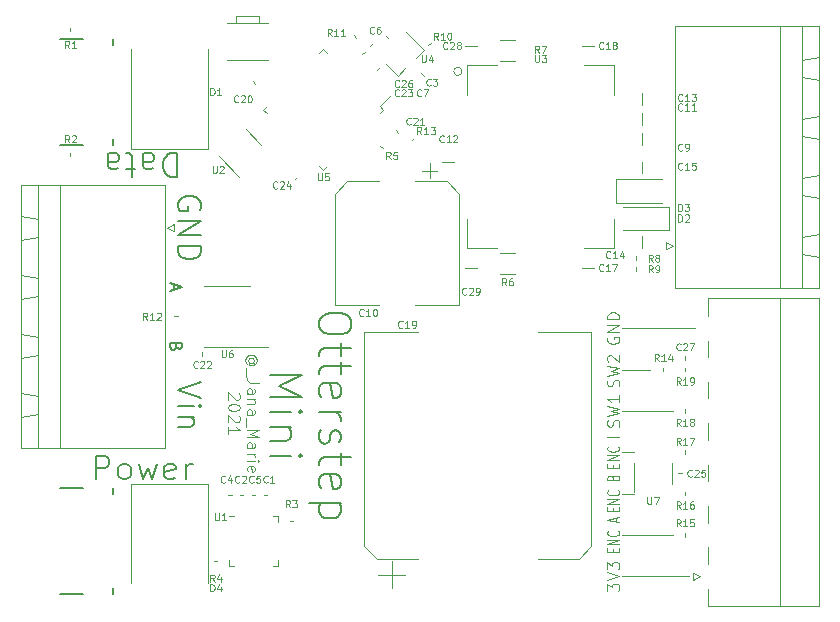
<source format=gto>
G04 #@! TF.GenerationSoftware,KiCad,Pcbnew,5.1.5+dfsg1-2build2*
G04 #@! TF.CreationDate,2021-12-28T00:54:03+01:00*
G04 #@! TF.ProjectId,OtterStep,4f747465-7253-4746-9570-2e6b69636164,rev?*
G04 #@! TF.SameCoordinates,Original*
G04 #@! TF.FileFunction,Legend,Top*
G04 #@! TF.FilePolarity,Positive*
%FSLAX46Y46*%
G04 Gerber Fmt 4.6, Leading zero omitted, Abs format (unit mm)*
G04 Created by KiCad (PCBNEW 5.1.5+dfsg1-2build2) date 2021-12-28 00:54:03*
%MOMM*%
%LPD*%
G04 APERTURE LIST*
%ADD10C,0.120000*%
%ADD11C,0.150000*%
%ADD12C,0.100000*%
G04 APERTURE END LIST*
D10*
X70033809Y-78914285D02*
X70081428Y-78866666D01*
X70129047Y-78771428D01*
X70129047Y-78676190D01*
X70081428Y-78580952D01*
X70033809Y-78533333D01*
X69938571Y-78485714D01*
X69843333Y-78485714D01*
X69748095Y-78533333D01*
X69700476Y-78580952D01*
X69652857Y-78676190D01*
X69652857Y-78771428D01*
X69700476Y-78866666D01*
X69748095Y-78914285D01*
X70129047Y-78914285D02*
X69748095Y-78914285D01*
X69700476Y-78961904D01*
X69700476Y-79009523D01*
X69748095Y-79104761D01*
X69843333Y-79152380D01*
X70081428Y-79152380D01*
X70224285Y-79057142D01*
X70319523Y-78914285D01*
X70367142Y-78723809D01*
X70319523Y-78533333D01*
X70224285Y-78390476D01*
X70081428Y-78295238D01*
X69890952Y-78247619D01*
X69700476Y-78295238D01*
X69557619Y-78390476D01*
X69462380Y-78533333D01*
X69414761Y-78723809D01*
X69462380Y-78914285D01*
X69557619Y-79057142D01*
X69462380Y-79342857D02*
X69462380Y-80104761D01*
X70557619Y-80628571D02*
X69843333Y-80628571D01*
X69700476Y-80580952D01*
X69605238Y-80485714D01*
X69557619Y-80342857D01*
X69557619Y-80247619D01*
X69557619Y-81533333D02*
X70081428Y-81533333D01*
X70176666Y-81485714D01*
X70224285Y-81390476D01*
X70224285Y-81200000D01*
X70176666Y-81104761D01*
X69605238Y-81533333D02*
X69557619Y-81438095D01*
X69557619Y-81200000D01*
X69605238Y-81104761D01*
X69700476Y-81057142D01*
X69795714Y-81057142D01*
X69890952Y-81104761D01*
X69938571Y-81200000D01*
X69938571Y-81438095D01*
X69986190Y-81533333D01*
X70224285Y-82009523D02*
X69557619Y-82009523D01*
X70129047Y-82009523D02*
X70176666Y-82057142D01*
X70224285Y-82152380D01*
X70224285Y-82295238D01*
X70176666Y-82390476D01*
X70081428Y-82438095D01*
X69557619Y-82438095D01*
X69557619Y-83342857D02*
X70081428Y-83342857D01*
X70176666Y-83295238D01*
X70224285Y-83200000D01*
X70224285Y-83009523D01*
X70176666Y-82914285D01*
X69605238Y-83342857D02*
X69557619Y-83247619D01*
X69557619Y-83009523D01*
X69605238Y-82914285D01*
X69700476Y-82866666D01*
X69795714Y-82866666D01*
X69890952Y-82914285D01*
X69938571Y-83009523D01*
X69938571Y-83247619D01*
X69986190Y-83342857D01*
X69462380Y-83580952D02*
X69462380Y-84342857D01*
X69557619Y-84580952D02*
X70557619Y-84580952D01*
X69843333Y-84914285D01*
X70557619Y-85247619D01*
X69557619Y-85247619D01*
X69557619Y-86152380D02*
X70081428Y-86152380D01*
X70176666Y-86104761D01*
X70224285Y-86009523D01*
X70224285Y-85819047D01*
X70176666Y-85723809D01*
X69605238Y-86152380D02*
X69557619Y-86057142D01*
X69557619Y-85819047D01*
X69605238Y-85723809D01*
X69700476Y-85676190D01*
X69795714Y-85676190D01*
X69890952Y-85723809D01*
X69938571Y-85819047D01*
X69938571Y-86057142D01*
X69986190Y-86152380D01*
X69557619Y-86628571D02*
X70224285Y-86628571D01*
X70033809Y-86628571D02*
X70129047Y-86676190D01*
X70176666Y-86723809D01*
X70224285Y-86819047D01*
X70224285Y-86914285D01*
X69557619Y-87247619D02*
X70224285Y-87247619D01*
X70557619Y-87247619D02*
X70510000Y-87200000D01*
X70462380Y-87247619D01*
X70510000Y-87295238D01*
X70557619Y-87247619D01*
X70462380Y-87247619D01*
X69605238Y-88104761D02*
X69557619Y-88009523D01*
X69557619Y-87819047D01*
X69605238Y-87723809D01*
X69700476Y-87676190D01*
X70081428Y-87676190D01*
X70176666Y-87723809D01*
X70224285Y-87819047D01*
X70224285Y-88009523D01*
X70176666Y-88104761D01*
X70081428Y-88152380D01*
X69986190Y-88152380D01*
X69890952Y-87676190D01*
X68842380Y-81485714D02*
X68890000Y-81533333D01*
X68937619Y-81628571D01*
X68937619Y-81866666D01*
X68890000Y-81961904D01*
X68842380Y-82009523D01*
X68747142Y-82057142D01*
X68651904Y-82057142D01*
X68509047Y-82009523D01*
X67937619Y-81438095D01*
X67937619Y-82057142D01*
X68937619Y-82676190D02*
X68937619Y-82771428D01*
X68890000Y-82866666D01*
X68842380Y-82914285D01*
X68747142Y-82961904D01*
X68556666Y-83009523D01*
X68318571Y-83009523D01*
X68128095Y-82961904D01*
X68032857Y-82914285D01*
X67985238Y-82866666D01*
X67937619Y-82771428D01*
X67937619Y-82676190D01*
X67985238Y-82580952D01*
X68032857Y-82533333D01*
X68128095Y-82485714D01*
X68318571Y-82438095D01*
X68556666Y-82438095D01*
X68747142Y-82485714D01*
X68842380Y-82533333D01*
X68890000Y-82580952D01*
X68937619Y-82676190D01*
X68842380Y-83390476D02*
X68890000Y-83438095D01*
X68937619Y-83533333D01*
X68937619Y-83771428D01*
X68890000Y-83866666D01*
X68842380Y-83914285D01*
X68747142Y-83961904D01*
X68651904Y-83961904D01*
X68509047Y-83914285D01*
X67937619Y-83342857D01*
X67937619Y-83961904D01*
X67937619Y-84914285D02*
X67937619Y-84342857D01*
X67937619Y-84628571D02*
X68937619Y-84628571D01*
X68794761Y-84533333D01*
X68699523Y-84438095D01*
X68651904Y-84342857D01*
D11*
X78378571Y-75364285D02*
X78378571Y-75878571D01*
X78250000Y-76135714D01*
X77992857Y-76392857D01*
X77478571Y-76521428D01*
X76578571Y-76521428D01*
X76064285Y-76392857D01*
X75807142Y-76135714D01*
X75678571Y-75878571D01*
X75678571Y-75364285D01*
X75807142Y-75107142D01*
X76064285Y-74850000D01*
X76578571Y-74721428D01*
X77478571Y-74721428D01*
X77992857Y-74850000D01*
X78250000Y-75107142D01*
X78378571Y-75364285D01*
X77478571Y-77292857D02*
X77478571Y-78321428D01*
X78378571Y-77678571D02*
X76064285Y-77678571D01*
X75807142Y-77807142D01*
X75678571Y-78064285D01*
X75678571Y-78321428D01*
X77478571Y-78835714D02*
X77478571Y-79864285D01*
X78378571Y-79221428D02*
X76064285Y-79221428D01*
X75807142Y-79350000D01*
X75678571Y-79607142D01*
X75678571Y-79864285D01*
X75807142Y-81792857D02*
X75678571Y-81535714D01*
X75678571Y-81021428D01*
X75807142Y-80764285D01*
X76064285Y-80635714D01*
X77092857Y-80635714D01*
X77350000Y-80764285D01*
X77478571Y-81021428D01*
X77478571Y-81535714D01*
X77350000Y-81792857D01*
X77092857Y-81921428D01*
X76835714Y-81921428D01*
X76578571Y-80635714D01*
X75678571Y-83078571D02*
X77478571Y-83078571D01*
X76964285Y-83078571D02*
X77221428Y-83207142D01*
X77350000Y-83335714D01*
X77478571Y-83592857D01*
X77478571Y-83850000D01*
X75807142Y-84621428D02*
X75678571Y-84878571D01*
X75678571Y-85392857D01*
X75807142Y-85650000D01*
X76064285Y-85778571D01*
X76192857Y-85778571D01*
X76450000Y-85650000D01*
X76578571Y-85392857D01*
X76578571Y-85007142D01*
X76707142Y-84750000D01*
X76964285Y-84621428D01*
X77092857Y-84621428D01*
X77350000Y-84750000D01*
X77478571Y-85007142D01*
X77478571Y-85392857D01*
X77350000Y-85650000D01*
X77478571Y-86550000D02*
X77478571Y-87578571D01*
X78378571Y-86935714D02*
X76064285Y-86935714D01*
X75807142Y-87064285D01*
X75678571Y-87321428D01*
X75678571Y-87578571D01*
X75807142Y-89507142D02*
X75678571Y-89250000D01*
X75678571Y-88735714D01*
X75807142Y-88478571D01*
X76064285Y-88350000D01*
X77092857Y-88350000D01*
X77350000Y-88478571D01*
X77478571Y-88735714D01*
X77478571Y-89250000D01*
X77350000Y-89507142D01*
X77092857Y-89635714D01*
X76835714Y-89635714D01*
X76578571Y-88350000D01*
X77478571Y-90792857D02*
X74778571Y-90792857D01*
X77350000Y-90792857D02*
X77478571Y-91050000D01*
X77478571Y-91564285D01*
X77350000Y-91821428D01*
X77221428Y-91950000D01*
X76964285Y-92078571D01*
X76192857Y-92078571D01*
X75935714Y-91950000D01*
X75807142Y-91821428D01*
X75678571Y-91564285D01*
X75678571Y-91050000D01*
X75807142Y-90792857D01*
X71478571Y-79992857D02*
X74178571Y-79992857D01*
X72250000Y-80892857D01*
X74178571Y-81792857D01*
X71478571Y-81792857D01*
X71478571Y-83078571D02*
X73278571Y-83078571D01*
X74178571Y-83078571D02*
X74050000Y-82950000D01*
X73921428Y-83078571D01*
X74050000Y-83207142D01*
X74178571Y-83078571D01*
X73921428Y-83078571D01*
X73278571Y-84364285D02*
X71478571Y-84364285D01*
X73021428Y-84364285D02*
X73150000Y-84492857D01*
X73278571Y-84750000D01*
X73278571Y-85135714D01*
X73150000Y-85392857D01*
X72892857Y-85521428D01*
X71478571Y-85521428D01*
X71478571Y-86807142D02*
X73278571Y-86807142D01*
X74178571Y-86807142D02*
X74050000Y-86678571D01*
X73921428Y-86807142D01*
X74050000Y-86935714D01*
X74178571Y-86807142D01*
X73921428Y-86807142D01*
D10*
X107500000Y-76000000D02*
X101300000Y-76000000D01*
X103700000Y-79500000D02*
X101300000Y-79500000D01*
X105600000Y-83000000D02*
X101300000Y-83000000D01*
X102300000Y-86500000D02*
X101300000Y-86500000D01*
X102300000Y-90000000D02*
X101300000Y-90000000D01*
X105600000Y-93500000D02*
X101300000Y-93500000D01*
X107000000Y-97000000D02*
X101300000Y-97000000D01*
D12*
X100100000Y-76761904D02*
X100052380Y-76857142D01*
X100052380Y-77000000D01*
X100100000Y-77142857D01*
X100195238Y-77238095D01*
X100290476Y-77285714D01*
X100480952Y-77333333D01*
X100623809Y-77333333D01*
X100814285Y-77285714D01*
X100909523Y-77238095D01*
X101004761Y-77142857D01*
X101052380Y-77000000D01*
X101052380Y-76904761D01*
X101004761Y-76761904D01*
X100957142Y-76714285D01*
X100623809Y-76714285D01*
X100623809Y-76904761D01*
X101052380Y-76285714D02*
X100052380Y-76285714D01*
X101052380Y-75714285D01*
X100052380Y-75714285D01*
X101052380Y-75238095D02*
X100052380Y-75238095D01*
X100052380Y-75000000D01*
X100100000Y-74857142D01*
X100195238Y-74761904D01*
X100290476Y-74714285D01*
X100480952Y-74666666D01*
X100623809Y-74666666D01*
X100814285Y-74714285D01*
X100909523Y-74761904D01*
X101004761Y-74857142D01*
X101052380Y-75000000D01*
X101052380Y-75238095D01*
X101004761Y-80933333D02*
X101052380Y-80790476D01*
X101052380Y-80552380D01*
X101004761Y-80457142D01*
X100957142Y-80409523D01*
X100861904Y-80361904D01*
X100766666Y-80361904D01*
X100671428Y-80409523D01*
X100623809Y-80457142D01*
X100576190Y-80552380D01*
X100528571Y-80742857D01*
X100480952Y-80838095D01*
X100433333Y-80885714D01*
X100338095Y-80933333D01*
X100242857Y-80933333D01*
X100147619Y-80885714D01*
X100100000Y-80838095D01*
X100052380Y-80742857D01*
X100052380Y-80504761D01*
X100100000Y-80361904D01*
X100052380Y-80028571D02*
X101052380Y-79790476D01*
X100338095Y-79600000D01*
X101052380Y-79409523D01*
X100052380Y-79171428D01*
X100147619Y-78838095D02*
X100100000Y-78790476D01*
X100052380Y-78695238D01*
X100052380Y-78457142D01*
X100100000Y-78361904D01*
X100147619Y-78314285D01*
X100242857Y-78266666D01*
X100338095Y-78266666D01*
X100480952Y-78314285D01*
X101052380Y-78885714D01*
X101052380Y-78266666D01*
X101004761Y-84333333D02*
X101052380Y-84190476D01*
X101052380Y-83952380D01*
X101004761Y-83857142D01*
X100957142Y-83809523D01*
X100861904Y-83761904D01*
X100766666Y-83761904D01*
X100671428Y-83809523D01*
X100623809Y-83857142D01*
X100576190Y-83952380D01*
X100528571Y-84142857D01*
X100480952Y-84238095D01*
X100433333Y-84285714D01*
X100338095Y-84333333D01*
X100242857Y-84333333D01*
X100147619Y-84285714D01*
X100100000Y-84238095D01*
X100052380Y-84142857D01*
X100052380Y-83904761D01*
X100100000Y-83761904D01*
X100052380Y-83428571D02*
X101052380Y-83190476D01*
X100338095Y-83000000D01*
X101052380Y-82809523D01*
X100052380Y-82571428D01*
X101052380Y-81666666D02*
X101052380Y-82238095D01*
X101052380Y-81952380D02*
X100052380Y-81952380D01*
X100195238Y-82047619D01*
X100290476Y-82142857D01*
X100338095Y-82238095D01*
X100528571Y-87800000D02*
X100528571Y-87566666D01*
X101052380Y-87466666D02*
X101052380Y-87800000D01*
X100052380Y-87800000D01*
X100052380Y-87466666D01*
X101052380Y-87166666D02*
X100052380Y-87166666D01*
X101052380Y-86766666D01*
X100052380Y-86766666D01*
X100957142Y-86033333D02*
X101004761Y-86066666D01*
X101052380Y-86166666D01*
X101052380Y-86233333D01*
X101004761Y-86333333D01*
X100909523Y-86400000D01*
X100814285Y-86433333D01*
X100623809Y-86466666D01*
X100480952Y-86466666D01*
X100290476Y-86433333D01*
X100195238Y-86400000D01*
X100100000Y-86333333D01*
X100052380Y-86233333D01*
X100052380Y-86166666D01*
X100100000Y-86066666D01*
X100147619Y-86033333D01*
X101052380Y-85200000D02*
X100052380Y-85200000D01*
X100528571Y-91483333D02*
X100528571Y-91250000D01*
X101052380Y-91150000D02*
X101052380Y-91483333D01*
X100052380Y-91483333D01*
X100052380Y-91150000D01*
X101052380Y-90850000D02*
X100052380Y-90850000D01*
X101052380Y-90450000D01*
X100052380Y-90450000D01*
X100957142Y-89716666D02*
X101004761Y-89750000D01*
X101052380Y-89850000D01*
X101052380Y-89916666D01*
X101004761Y-90016666D01*
X100909523Y-90083333D01*
X100814285Y-90116666D01*
X100623809Y-90150000D01*
X100480952Y-90150000D01*
X100290476Y-90116666D01*
X100195238Y-90083333D01*
X100100000Y-90016666D01*
X100052380Y-89916666D01*
X100052380Y-89850000D01*
X100100000Y-89750000D01*
X100147619Y-89716666D01*
X100528571Y-88650000D02*
X100576190Y-88550000D01*
X100623809Y-88516666D01*
X100719047Y-88483333D01*
X100861904Y-88483333D01*
X100957142Y-88516666D01*
X101004761Y-88550000D01*
X101052380Y-88616666D01*
X101052380Y-88883333D01*
X100052380Y-88883333D01*
X100052380Y-88650000D01*
X100100000Y-88583333D01*
X100147619Y-88550000D01*
X100242857Y-88516666D01*
X100338095Y-88516666D01*
X100433333Y-88550000D01*
X100480952Y-88583333D01*
X100528571Y-88650000D01*
X100528571Y-88883333D01*
X100528571Y-94933333D02*
X100528571Y-94700000D01*
X101052380Y-94600000D02*
X101052380Y-94933333D01*
X100052380Y-94933333D01*
X100052380Y-94600000D01*
X101052380Y-94300000D02*
X100052380Y-94300000D01*
X101052380Y-93900000D01*
X100052380Y-93900000D01*
X100957142Y-93166666D02*
X101004761Y-93200000D01*
X101052380Y-93300000D01*
X101052380Y-93366666D01*
X101004761Y-93466666D01*
X100909523Y-93533333D01*
X100814285Y-93566666D01*
X100623809Y-93600000D01*
X100480952Y-93600000D01*
X100290476Y-93566666D01*
X100195238Y-93533333D01*
X100100000Y-93466666D01*
X100052380Y-93366666D01*
X100052380Y-93300000D01*
X100100000Y-93200000D01*
X100147619Y-93166666D01*
X100766666Y-92366666D02*
X100766666Y-92033333D01*
X101052380Y-92433333D02*
X100052380Y-92200000D01*
X101052380Y-91966666D01*
X100052380Y-98238095D02*
X100052380Y-97619047D01*
X100433333Y-97952380D01*
X100433333Y-97809523D01*
X100480952Y-97714285D01*
X100528571Y-97666666D01*
X100623809Y-97619047D01*
X100861904Y-97619047D01*
X100957142Y-97666666D01*
X101004761Y-97714285D01*
X101052380Y-97809523D01*
X101052380Y-98095238D01*
X101004761Y-98190476D01*
X100957142Y-98238095D01*
X100052380Y-97333333D02*
X101052380Y-97000000D01*
X100052380Y-96666666D01*
X100052380Y-96428571D02*
X100052380Y-95809523D01*
X100433333Y-96142857D01*
X100433333Y-96000000D01*
X100480952Y-95904761D01*
X100528571Y-95857142D01*
X100623809Y-95809523D01*
X100861904Y-95809523D01*
X100957142Y-95857142D01*
X101004761Y-95904761D01*
X101052380Y-96000000D01*
X101052380Y-96285714D01*
X101004761Y-96380952D01*
X100957142Y-96428571D01*
D11*
X56747619Y-88804761D02*
X56747619Y-86804761D01*
X57509523Y-86804761D01*
X57699999Y-86900000D01*
X57795238Y-86995238D01*
X57890476Y-87185714D01*
X57890476Y-87471428D01*
X57795238Y-87661904D01*
X57699999Y-87757142D01*
X57509523Y-87852380D01*
X56747619Y-87852380D01*
X59033333Y-88804761D02*
X58842857Y-88709523D01*
X58747619Y-88614285D01*
X58652380Y-88423809D01*
X58652380Y-87852380D01*
X58747619Y-87661904D01*
X58842857Y-87566666D01*
X59033333Y-87471428D01*
X59319047Y-87471428D01*
X59509523Y-87566666D01*
X59604761Y-87661904D01*
X59699999Y-87852380D01*
X59699999Y-88423809D01*
X59604761Y-88614285D01*
X59509523Y-88709523D01*
X59319047Y-88804761D01*
X59033333Y-88804761D01*
X60366666Y-87471428D02*
X60747619Y-88804761D01*
X61128571Y-87852380D01*
X61509523Y-88804761D01*
X61890476Y-87471428D01*
X63414285Y-88709523D02*
X63223809Y-88804761D01*
X62842857Y-88804761D01*
X62652380Y-88709523D01*
X62557142Y-88519047D01*
X62557142Y-87757142D01*
X62652380Y-87566666D01*
X62842857Y-87471428D01*
X63223809Y-87471428D01*
X63414285Y-87566666D01*
X63509523Y-87757142D01*
X63509523Y-87947619D01*
X62557142Y-88138095D01*
X64366666Y-88804761D02*
X64366666Y-87471428D01*
X64366666Y-87852380D02*
X64461904Y-87661904D01*
X64557142Y-87566666D01*
X64747619Y-87471428D01*
X64938095Y-87471428D01*
X63604761Y-61195238D02*
X63604761Y-63195238D01*
X63128571Y-63195238D01*
X62842857Y-63100000D01*
X62652380Y-62909523D01*
X62557142Y-62719047D01*
X62461904Y-62338095D01*
X62461904Y-62052380D01*
X62557142Y-61671428D01*
X62652380Y-61480952D01*
X62842857Y-61290476D01*
X63128571Y-61195238D01*
X63604761Y-61195238D01*
X60747619Y-61195238D02*
X60747619Y-62242857D01*
X60842857Y-62433333D01*
X61033333Y-62528571D01*
X61414285Y-62528571D01*
X61604761Y-62433333D01*
X60747619Y-61290476D02*
X60938095Y-61195238D01*
X61414285Y-61195238D01*
X61604761Y-61290476D01*
X61700000Y-61480952D01*
X61700000Y-61671428D01*
X61604761Y-61861904D01*
X61414285Y-61957142D01*
X60938095Y-61957142D01*
X60747619Y-62052380D01*
X60080952Y-62528571D02*
X59319047Y-62528571D01*
X59795238Y-63195238D02*
X59795238Y-61480952D01*
X59700000Y-61290476D01*
X59509523Y-61195238D01*
X59319047Y-61195238D01*
X57795238Y-61195238D02*
X57795238Y-62242857D01*
X57890476Y-62433333D01*
X58080952Y-62528571D01*
X58461904Y-62528571D01*
X58652380Y-62433333D01*
X57795238Y-61290476D02*
X57985714Y-61195238D01*
X58461904Y-61195238D01*
X58652380Y-61290476D01*
X58747619Y-61480952D01*
X58747619Y-61671428D01*
X58652380Y-61861904D01*
X58461904Y-61957142D01*
X57985714Y-61957142D01*
X57795238Y-62052380D01*
X63571428Y-77571428D02*
X63523809Y-77714285D01*
X63476190Y-77761904D01*
X63380952Y-77809523D01*
X63238095Y-77809523D01*
X63142857Y-77761904D01*
X63095238Y-77714285D01*
X63047619Y-77619047D01*
X63047619Y-77238095D01*
X64047619Y-77238095D01*
X64047619Y-77571428D01*
X64000000Y-77666666D01*
X63952380Y-77714285D01*
X63857142Y-77761904D01*
X63761904Y-77761904D01*
X63666666Y-77714285D01*
X63619047Y-77666666D01*
X63571428Y-77571428D01*
X63571428Y-77238095D01*
X63333333Y-72261904D02*
X63333333Y-72738095D01*
X63047619Y-72166666D02*
X64047619Y-72500000D01*
X63047619Y-72833333D01*
X65695238Y-80552380D02*
X63695238Y-81219047D01*
X65695238Y-81885714D01*
X63695238Y-82552380D02*
X65028571Y-82552380D01*
X65695238Y-82552380D02*
X65600000Y-82457142D01*
X65504761Y-82552380D01*
X65600000Y-82647619D01*
X65695238Y-82552380D01*
X65504761Y-82552380D01*
X65028571Y-83504761D02*
X63695238Y-83504761D01*
X64838095Y-83504761D02*
X64933333Y-83600000D01*
X65028571Y-83790476D01*
X65028571Y-84076190D01*
X64933333Y-84266666D01*
X64742857Y-84361904D01*
X63695238Y-84361904D01*
X65600000Y-65976190D02*
X65695238Y-65785714D01*
X65695238Y-65500000D01*
X65600000Y-65214285D01*
X65409523Y-65023809D01*
X65219047Y-64928571D01*
X64838095Y-64833333D01*
X64552380Y-64833333D01*
X64171428Y-64928571D01*
X63980952Y-65023809D01*
X63790476Y-65214285D01*
X63695238Y-65500000D01*
X63695238Y-65690476D01*
X63790476Y-65976190D01*
X63885714Y-66071428D01*
X64552380Y-66071428D01*
X64552380Y-65690476D01*
X63695238Y-66928571D02*
X65695238Y-66928571D01*
X63695238Y-68071428D01*
X65695238Y-68071428D01*
X63695238Y-69023809D02*
X65695238Y-69023809D01*
X65695238Y-69500000D01*
X65600000Y-69785714D01*
X65409523Y-69976190D01*
X65219047Y-70071428D01*
X64838095Y-70166666D01*
X64552380Y-70166666D01*
X64171428Y-70071428D01*
X63980952Y-69976190D01*
X63790476Y-69785714D01*
X63695238Y-69500000D01*
X63695238Y-69023809D01*
D10*
X87753553Y-54250000D02*
G75*
G03X87753553Y-54250000I-353553J0D01*
G01*
X98100000Y-53750000D02*
X100600000Y-53750000D01*
X100600000Y-53750000D02*
X100600000Y-56250000D01*
X90700000Y-69250000D02*
X88200000Y-69250000D01*
X88200000Y-69250000D02*
X88200000Y-66750000D01*
X100600000Y-69250000D02*
X98100000Y-69250000D01*
X100600000Y-69250000D02*
X100600000Y-66750000D01*
X88200000Y-53750000D02*
X90700000Y-53750000D01*
X88200000Y-53750000D02*
X88200000Y-56250000D01*
X88000000Y-70900000D02*
X89000000Y-70900000D01*
X89000000Y-52100000D02*
X88000000Y-52100000D01*
X82308040Y-54666762D02*
X81275665Y-53634386D01*
X84542498Y-52432304D02*
X83015147Y-50904954D01*
X84542498Y-52432304D02*
X83884889Y-53089914D01*
X82308040Y-54666762D02*
X82965650Y-54009153D01*
X63410000Y-67200000D02*
X63410000Y-67800000D01*
X62810000Y-67500000D02*
X63410000Y-67200000D01*
X63410000Y-67800000D02*
X62810000Y-67500000D01*
X51890000Y-81750000D02*
X50390000Y-81500000D01*
X51890000Y-83250000D02*
X51890000Y-81750000D01*
X50390000Y-83500000D02*
X51890000Y-83250000D01*
X50390000Y-81500000D02*
X50390000Y-83500000D01*
X51890000Y-76750000D02*
X50390000Y-76500000D01*
X51890000Y-78250000D02*
X51890000Y-76750000D01*
X50390000Y-78500000D02*
X51890000Y-78250000D01*
X50390000Y-76500000D02*
X50390000Y-78500000D01*
X51890000Y-71750000D02*
X50390000Y-71500000D01*
X51890000Y-73250000D02*
X51890000Y-71750000D01*
X50390000Y-73500000D02*
X51890000Y-73250000D01*
X50390000Y-71500000D02*
X50390000Y-73500000D01*
X51890000Y-66750000D02*
X50390000Y-66500000D01*
X51890000Y-68250000D02*
X51890000Y-66750000D01*
X50390000Y-68500000D02*
X51890000Y-68250000D01*
X50390000Y-66500000D02*
X50390000Y-68500000D01*
X51890000Y-86110000D02*
X51890000Y-63890000D01*
X53690000Y-86110000D02*
X51890000Y-86110000D01*
X53690000Y-63890000D02*
X53690000Y-86110000D01*
X51890000Y-63890000D02*
X53690000Y-63890000D01*
X62610000Y-86110000D02*
X62610000Y-63890000D01*
X50390000Y-86110000D02*
X62610000Y-86110000D01*
X50390000Y-63890000D02*
X50390000Y-86110000D01*
X62610000Y-63890000D02*
X50390000Y-63890000D01*
X102290000Y-87400000D02*
X102290000Y-89850000D01*
X105510000Y-89200000D02*
X105510000Y-87400000D01*
X67850000Y-77560000D02*
X71300000Y-77560000D01*
X67850000Y-77560000D02*
X65900000Y-77560000D01*
X67850000Y-72440000D02*
X69800000Y-72440000D01*
X67850000Y-72440000D02*
X65900000Y-72440000D01*
X80787113Y-57181802D02*
X81699281Y-56269634D01*
X81105311Y-57500000D02*
X80787113Y-57181802D01*
X80787113Y-57818198D02*
X81105311Y-57500000D01*
X76000000Y-62605311D02*
X75681802Y-62287113D01*
X76318198Y-62287113D02*
X76000000Y-62605311D01*
X76000000Y-52394689D02*
X76318198Y-52712887D01*
X75681802Y-52712887D02*
X76000000Y-52394689D01*
X70894689Y-57500000D02*
X71212887Y-57818198D01*
X71212887Y-57181802D02*
X70894689Y-57500000D01*
X67175162Y-61452046D02*
X68907574Y-63184457D01*
X70724838Y-60447954D02*
X69452046Y-59175162D01*
X68465000Y-91890000D02*
X67990000Y-91890000D01*
X72210000Y-96110000D02*
X72210000Y-95635000D01*
X71735000Y-96110000D02*
X72210000Y-96110000D01*
X67990000Y-96110000D02*
X67990000Y-95635000D01*
X68465000Y-96110000D02*
X67990000Y-96110000D01*
X72210000Y-91890000D02*
X72210000Y-92365000D01*
X71735000Y-91890000D02*
X72210000Y-91890000D01*
X67850000Y-50200000D02*
X71350000Y-50200000D01*
X71350000Y-53300000D02*
X67850000Y-53300000D01*
X70550000Y-49550000D02*
X70550000Y-50200000D01*
X68650000Y-49550000D02*
X70550000Y-49550000D01*
X68650000Y-50200000D02*
X68650000Y-49550000D01*
X106650000Y-79350000D02*
X106650000Y-79650000D01*
X106650000Y-82850000D02*
X106650000Y-83150000D01*
X106650000Y-86350000D02*
X106650000Y-86650000D01*
X106650000Y-89850000D02*
X106650000Y-90150000D01*
X106650000Y-93350000D02*
X106650000Y-93650000D01*
X104800000Y-79650000D02*
X104800000Y-79350000D01*
X83706066Y-59893934D02*
X83493934Y-60106066D01*
X63700000Y-75000000D02*
X63400000Y-75000000D01*
X78593934Y-51193934D02*
X78806066Y-51406066D01*
X84893934Y-52056066D02*
X85106066Y-51843934D01*
X102500000Y-71150000D02*
X102500000Y-70850000D01*
X102500000Y-69900000D02*
X102500000Y-70200000D01*
X90997936Y-53410000D02*
X92202064Y-53410000D01*
X90997936Y-51590000D02*
X92202064Y-51590000D01*
X90997936Y-71410000D02*
X92202064Y-71410000D01*
X90997936Y-69590000D02*
X92202064Y-69590000D01*
X80843934Y-60543934D02*
X81056066Y-60756066D01*
X66750000Y-95750000D02*
X67050000Y-95750000D01*
X73150000Y-92300000D02*
X73450000Y-92300000D01*
X54600000Y-61450000D02*
X54600000Y-61150000D01*
X54600000Y-50550000D02*
X54600000Y-50850000D01*
X107300000Y-97300000D02*
X107300000Y-96700000D01*
X107900000Y-97000000D02*
X107300000Y-97300000D01*
X107300000Y-96700000D02*
X107900000Y-97000000D01*
X114700000Y-99560000D02*
X114700000Y-73440000D01*
X108590000Y-78450000D02*
X108590000Y-77050000D01*
X108590000Y-81950000D02*
X108590000Y-80550000D01*
X108590000Y-85450000D02*
X108590000Y-84050000D01*
X108590000Y-88950000D02*
X108590000Y-87550000D01*
X108590000Y-92450000D02*
X108590000Y-91050000D01*
X108590000Y-95950000D02*
X108590000Y-94550000D01*
X108590000Y-73440000D02*
X108590000Y-74950000D01*
X108590000Y-99560000D02*
X108590000Y-98050000D01*
X118010000Y-73440000D02*
X108590000Y-73440000D01*
X118010000Y-99560000D02*
X118010000Y-73440000D01*
X108590000Y-99560000D02*
X118010000Y-99560000D01*
X104990000Y-69300000D02*
X104990000Y-68700000D01*
X105590000Y-69000000D02*
X104990000Y-69300000D01*
X104990000Y-68700000D02*
X105590000Y-69000000D01*
X116510000Y-54750000D02*
X118010000Y-55000000D01*
X116510000Y-53250000D02*
X116510000Y-54750000D01*
X118010000Y-53000000D02*
X116510000Y-53250000D01*
X118010000Y-55000000D02*
X118010000Y-53000000D01*
X116510000Y-59750000D02*
X118010000Y-60000000D01*
X116510000Y-58250000D02*
X116510000Y-59750000D01*
X118010000Y-58000000D02*
X116510000Y-58250000D01*
X118010000Y-60000000D02*
X118010000Y-58000000D01*
X116510000Y-64750000D02*
X118010000Y-65000000D01*
X116510000Y-63250000D02*
X116510000Y-64750000D01*
X118010000Y-63000000D02*
X116510000Y-63250000D01*
X118010000Y-65000000D02*
X118010000Y-63000000D01*
X116510000Y-69750000D02*
X118010000Y-70000000D01*
X116510000Y-68250000D02*
X116510000Y-69750000D01*
X118010000Y-68000000D02*
X116510000Y-68250000D01*
X118010000Y-70000000D02*
X118010000Y-68000000D01*
X116510000Y-50390000D02*
X116510000Y-72610000D01*
X114710000Y-50390000D02*
X116510000Y-50390000D01*
X114710000Y-72610000D02*
X114710000Y-50390000D01*
X116510000Y-72610000D02*
X114710000Y-72610000D01*
X105790000Y-50390000D02*
X105790000Y-72610000D01*
X118010000Y-50390000D02*
X105790000Y-50390000D01*
X118010000Y-72610000D02*
X118010000Y-50390000D01*
X105790000Y-72610000D02*
X118010000Y-72610000D01*
D11*
X58200000Y-98000000D02*
X58200000Y-98500000D01*
X58200000Y-89500000D02*
X58200000Y-90000000D01*
X55700000Y-89500000D02*
X53700000Y-89500000D01*
X53700000Y-98500000D02*
X55700000Y-98500000D01*
X58200000Y-60000000D02*
X58200000Y-60500000D01*
X58200000Y-51500000D02*
X58200000Y-52000000D01*
X55700000Y-51500000D02*
X53700000Y-51500000D01*
X53700000Y-60500000D02*
X55700000Y-60500000D01*
D10*
X66250000Y-89200000D02*
X66250000Y-97600000D01*
X59750000Y-89200000D02*
X59750000Y-97600000D01*
X59750000Y-89200000D02*
X66250000Y-89200000D01*
X100750000Y-63400000D02*
X104650000Y-63400000D01*
X100750000Y-65400000D02*
X104650000Y-65400000D01*
X100750000Y-63400000D02*
X100750000Y-65400000D01*
X105250000Y-67700000D02*
X101350000Y-67700000D01*
X105250000Y-65700000D02*
X101350000Y-65700000D01*
X105250000Y-67700000D02*
X105250000Y-65700000D01*
X59750000Y-60800000D02*
X59750000Y-52400000D01*
X66250000Y-60800000D02*
X66250000Y-52400000D01*
X66250000Y-60800000D02*
X59750000Y-60800000D01*
X106650000Y-78350000D02*
X106650000Y-78650000D01*
X80206066Y-51893934D02*
X79993934Y-52106066D01*
X106350000Y-88300000D02*
X106050000Y-88300000D01*
X73593934Y-63406066D02*
X73806066Y-63193934D01*
X79506066Y-52593934D02*
X79293934Y-52806066D01*
X65750000Y-78050000D02*
X65750000Y-78350000D01*
X82356066Y-59456066D02*
X82143934Y-59243934D01*
X70043934Y-55093934D02*
X70256066Y-55306066D01*
X80665000Y-96875000D02*
X82915000Y-96875000D01*
X81790000Y-98000000D02*
X81790000Y-95750000D01*
X97645563Y-95510000D02*
X98710000Y-94445563D01*
X80554437Y-95510000D02*
X79490000Y-94445563D01*
X80554437Y-95510000D02*
X84040000Y-95510000D01*
X97645563Y-95510000D02*
X94160000Y-95510000D01*
X98710000Y-94445563D02*
X98710000Y-76290000D01*
X79490000Y-94445563D02*
X79490000Y-76290000D01*
X79490000Y-76290000D02*
X84040000Y-76290000D01*
X98710000Y-76290000D02*
X94160000Y-76290000D01*
X98900000Y-52100000D02*
X97900000Y-52100000D01*
X97900000Y-70900000D02*
X98900000Y-70900000D01*
X103000000Y-61900000D02*
X103000000Y-62900000D01*
X103000000Y-69200000D02*
X103000000Y-68200000D01*
X103000000Y-57100000D02*
X103000000Y-56100000D01*
X86100000Y-61900000D02*
X87100000Y-61900000D01*
X103000000Y-58800000D02*
X103000000Y-57800000D01*
X85635000Y-62675000D02*
X84385000Y-62675000D01*
X85010000Y-62050000D02*
X85010000Y-63300000D01*
X78054437Y-63540000D02*
X76990000Y-64604437D01*
X86445563Y-63540000D02*
X87510000Y-64604437D01*
X86445563Y-63540000D02*
X83760000Y-63540000D01*
X78054437Y-63540000D02*
X80740000Y-63540000D01*
X76990000Y-64604437D02*
X76990000Y-74060000D01*
X87510000Y-64604437D02*
X87510000Y-74060000D01*
X87510000Y-74060000D02*
X83760000Y-74060000D01*
X76990000Y-74060000D02*
X80740000Y-74060000D01*
X103000000Y-60500000D02*
X103000000Y-59500000D01*
X80806066Y-53893934D02*
X80593934Y-54106066D01*
X81293934Y-51243934D02*
X81506066Y-51456066D01*
X69950000Y-90150000D02*
X70250000Y-90150000D01*
X67950000Y-90150000D02*
X68250000Y-90150000D01*
X84506066Y-54606066D02*
X84293934Y-54393934D01*
X68950000Y-90150000D02*
X69250000Y-90150000D01*
X70950000Y-90150000D02*
X71250000Y-90150000D01*
D12*
X93942857Y-52871428D02*
X93942857Y-53357142D01*
X93971428Y-53414285D01*
X94000000Y-53442857D01*
X94057142Y-53471428D01*
X94171428Y-53471428D01*
X94228571Y-53442857D01*
X94257142Y-53414285D01*
X94285714Y-53357142D01*
X94285714Y-52871428D01*
X94514285Y-52871428D02*
X94885714Y-52871428D01*
X94685714Y-53100000D01*
X94771428Y-53100000D01*
X94828571Y-53128571D01*
X94857142Y-53157142D01*
X94885714Y-53214285D01*
X94885714Y-53357142D01*
X94857142Y-53414285D01*
X94828571Y-53442857D01*
X94771428Y-53471428D01*
X94600000Y-53471428D01*
X94542857Y-53442857D01*
X94514285Y-53414285D01*
X88114285Y-73114285D02*
X88085714Y-73142857D01*
X88000000Y-73171428D01*
X87942857Y-73171428D01*
X87857142Y-73142857D01*
X87800000Y-73085714D01*
X87771428Y-73028571D01*
X87742857Y-72914285D01*
X87742857Y-72828571D01*
X87771428Y-72714285D01*
X87800000Y-72657142D01*
X87857142Y-72600000D01*
X87942857Y-72571428D01*
X88000000Y-72571428D01*
X88085714Y-72600000D01*
X88114285Y-72628571D01*
X88342857Y-72628571D02*
X88371428Y-72600000D01*
X88428571Y-72571428D01*
X88571428Y-72571428D01*
X88628571Y-72600000D01*
X88657142Y-72628571D01*
X88685714Y-72685714D01*
X88685714Y-72742857D01*
X88657142Y-72828571D01*
X88314285Y-73171428D01*
X88685714Y-73171428D01*
X88971428Y-73171428D02*
X89085714Y-73171428D01*
X89142857Y-73142857D01*
X89171428Y-73114285D01*
X89228571Y-73028571D01*
X89257142Y-72914285D01*
X89257142Y-72685714D01*
X89228571Y-72628571D01*
X89200000Y-72600000D01*
X89142857Y-72571428D01*
X89028571Y-72571428D01*
X88971428Y-72600000D01*
X88942857Y-72628571D01*
X88914285Y-72685714D01*
X88914285Y-72828571D01*
X88942857Y-72885714D01*
X88971428Y-72914285D01*
X89028571Y-72942857D01*
X89142857Y-72942857D01*
X89200000Y-72914285D01*
X89228571Y-72885714D01*
X89257142Y-72828571D01*
X86514285Y-52314285D02*
X86485714Y-52342857D01*
X86400000Y-52371428D01*
X86342857Y-52371428D01*
X86257142Y-52342857D01*
X86200000Y-52285714D01*
X86171428Y-52228571D01*
X86142857Y-52114285D01*
X86142857Y-52028571D01*
X86171428Y-51914285D01*
X86200000Y-51857142D01*
X86257142Y-51800000D01*
X86342857Y-51771428D01*
X86400000Y-51771428D01*
X86485714Y-51800000D01*
X86514285Y-51828571D01*
X86742857Y-51828571D02*
X86771428Y-51800000D01*
X86828571Y-51771428D01*
X86971428Y-51771428D01*
X87028571Y-51800000D01*
X87057142Y-51828571D01*
X87085714Y-51885714D01*
X87085714Y-51942857D01*
X87057142Y-52028571D01*
X86714285Y-52371428D01*
X87085714Y-52371428D01*
X87428571Y-52028571D02*
X87371428Y-52000000D01*
X87342857Y-51971428D01*
X87314285Y-51914285D01*
X87314285Y-51885714D01*
X87342857Y-51828571D01*
X87371428Y-51800000D01*
X87428571Y-51771428D01*
X87542857Y-51771428D01*
X87600000Y-51800000D01*
X87628571Y-51828571D01*
X87657142Y-51885714D01*
X87657142Y-51914285D01*
X87628571Y-51971428D01*
X87600000Y-52000000D01*
X87542857Y-52028571D01*
X87428571Y-52028571D01*
X87371428Y-52057142D01*
X87342857Y-52085714D01*
X87314285Y-52142857D01*
X87314285Y-52257142D01*
X87342857Y-52314285D01*
X87371428Y-52342857D01*
X87428571Y-52371428D01*
X87542857Y-52371428D01*
X87600000Y-52342857D01*
X87628571Y-52314285D01*
X87657142Y-52257142D01*
X87657142Y-52142857D01*
X87628571Y-52085714D01*
X87600000Y-52057142D01*
X87542857Y-52028571D01*
X84342857Y-52871428D02*
X84342857Y-53357142D01*
X84371428Y-53414285D01*
X84400000Y-53442857D01*
X84457142Y-53471428D01*
X84571428Y-53471428D01*
X84628571Y-53442857D01*
X84657142Y-53414285D01*
X84685714Y-53357142D01*
X84685714Y-52871428D01*
X85228571Y-53071428D02*
X85228571Y-53471428D01*
X85085714Y-52842857D02*
X84942857Y-53271428D01*
X85314285Y-53271428D01*
X103442857Y-90271428D02*
X103442857Y-90757142D01*
X103471428Y-90814285D01*
X103500000Y-90842857D01*
X103557142Y-90871428D01*
X103671428Y-90871428D01*
X103728571Y-90842857D01*
X103757142Y-90814285D01*
X103785714Y-90757142D01*
X103785714Y-90271428D01*
X104014285Y-90271428D02*
X104414285Y-90271428D01*
X104157142Y-90871428D01*
X67392857Y-77871428D02*
X67392857Y-78357142D01*
X67421428Y-78414285D01*
X67450000Y-78442857D01*
X67507142Y-78471428D01*
X67621428Y-78471428D01*
X67678571Y-78442857D01*
X67707142Y-78414285D01*
X67735714Y-78357142D01*
X67735714Y-77871428D01*
X68278571Y-77871428D02*
X68164285Y-77871428D01*
X68107142Y-77900000D01*
X68078571Y-77928571D01*
X68021428Y-78014285D01*
X67992857Y-78128571D01*
X67992857Y-78357142D01*
X68021428Y-78414285D01*
X68050000Y-78442857D01*
X68107142Y-78471428D01*
X68221428Y-78471428D01*
X68278571Y-78442857D01*
X68307142Y-78414285D01*
X68335714Y-78357142D01*
X68335714Y-78214285D01*
X68307142Y-78157142D01*
X68278571Y-78128571D01*
X68221428Y-78100000D01*
X68107142Y-78100000D01*
X68050000Y-78128571D01*
X68021428Y-78157142D01*
X67992857Y-78214285D01*
X75542857Y-62871428D02*
X75542857Y-63357142D01*
X75571428Y-63414285D01*
X75600000Y-63442857D01*
X75657142Y-63471428D01*
X75771428Y-63471428D01*
X75828571Y-63442857D01*
X75857142Y-63414285D01*
X75885714Y-63357142D01*
X75885714Y-62871428D01*
X76457142Y-62871428D02*
X76171428Y-62871428D01*
X76142857Y-63157142D01*
X76171428Y-63128571D01*
X76228571Y-63100000D01*
X76371428Y-63100000D01*
X76428571Y-63128571D01*
X76457142Y-63157142D01*
X76485714Y-63214285D01*
X76485714Y-63357142D01*
X76457142Y-63414285D01*
X76428571Y-63442857D01*
X76371428Y-63471428D01*
X76228571Y-63471428D01*
X76171428Y-63442857D01*
X76142857Y-63414285D01*
X66642857Y-62271428D02*
X66642857Y-62757142D01*
X66671428Y-62814285D01*
X66700000Y-62842857D01*
X66757142Y-62871428D01*
X66871428Y-62871428D01*
X66928571Y-62842857D01*
X66957142Y-62814285D01*
X66985714Y-62757142D01*
X66985714Y-62271428D01*
X67242857Y-62328571D02*
X67271428Y-62300000D01*
X67328571Y-62271428D01*
X67471428Y-62271428D01*
X67528571Y-62300000D01*
X67557142Y-62328571D01*
X67585714Y-62385714D01*
X67585714Y-62442857D01*
X67557142Y-62528571D01*
X67214285Y-62871428D01*
X67585714Y-62871428D01*
X66842857Y-91671428D02*
X66842857Y-92157142D01*
X66871428Y-92214285D01*
X66900000Y-92242857D01*
X66957142Y-92271428D01*
X67071428Y-92271428D01*
X67128571Y-92242857D01*
X67157142Y-92214285D01*
X67185714Y-92157142D01*
X67185714Y-91671428D01*
X67785714Y-92271428D02*
X67442857Y-92271428D01*
X67614285Y-92271428D02*
X67614285Y-91671428D01*
X67557142Y-91757142D01*
X67500000Y-91814285D01*
X67442857Y-91842857D01*
X106264285Y-80771428D02*
X106064285Y-80485714D01*
X105921428Y-80771428D02*
X105921428Y-80171428D01*
X106150000Y-80171428D01*
X106207142Y-80200000D01*
X106235714Y-80228571D01*
X106264285Y-80285714D01*
X106264285Y-80371428D01*
X106235714Y-80428571D01*
X106207142Y-80457142D01*
X106150000Y-80485714D01*
X105921428Y-80485714D01*
X106835714Y-80771428D02*
X106492857Y-80771428D01*
X106664285Y-80771428D02*
X106664285Y-80171428D01*
X106607142Y-80257142D01*
X106550000Y-80314285D01*
X106492857Y-80342857D01*
X107121428Y-80771428D02*
X107235714Y-80771428D01*
X107292857Y-80742857D01*
X107321428Y-80714285D01*
X107378571Y-80628571D01*
X107407142Y-80514285D01*
X107407142Y-80285714D01*
X107378571Y-80228571D01*
X107350000Y-80200000D01*
X107292857Y-80171428D01*
X107178571Y-80171428D01*
X107121428Y-80200000D01*
X107092857Y-80228571D01*
X107064285Y-80285714D01*
X107064285Y-80428571D01*
X107092857Y-80485714D01*
X107121428Y-80514285D01*
X107178571Y-80542857D01*
X107292857Y-80542857D01*
X107350000Y-80514285D01*
X107378571Y-80485714D01*
X107407142Y-80428571D01*
X106264285Y-84271428D02*
X106064285Y-83985714D01*
X105921428Y-84271428D02*
X105921428Y-83671428D01*
X106150000Y-83671428D01*
X106207142Y-83700000D01*
X106235714Y-83728571D01*
X106264285Y-83785714D01*
X106264285Y-83871428D01*
X106235714Y-83928571D01*
X106207142Y-83957142D01*
X106150000Y-83985714D01*
X105921428Y-83985714D01*
X106835714Y-84271428D02*
X106492857Y-84271428D01*
X106664285Y-84271428D02*
X106664285Y-83671428D01*
X106607142Y-83757142D01*
X106550000Y-83814285D01*
X106492857Y-83842857D01*
X107178571Y-83928571D02*
X107121428Y-83900000D01*
X107092857Y-83871428D01*
X107064285Y-83814285D01*
X107064285Y-83785714D01*
X107092857Y-83728571D01*
X107121428Y-83700000D01*
X107178571Y-83671428D01*
X107292857Y-83671428D01*
X107350000Y-83700000D01*
X107378571Y-83728571D01*
X107407142Y-83785714D01*
X107407142Y-83814285D01*
X107378571Y-83871428D01*
X107350000Y-83900000D01*
X107292857Y-83928571D01*
X107178571Y-83928571D01*
X107121428Y-83957142D01*
X107092857Y-83985714D01*
X107064285Y-84042857D01*
X107064285Y-84157142D01*
X107092857Y-84214285D01*
X107121428Y-84242857D01*
X107178571Y-84271428D01*
X107292857Y-84271428D01*
X107350000Y-84242857D01*
X107378571Y-84214285D01*
X107407142Y-84157142D01*
X107407142Y-84042857D01*
X107378571Y-83985714D01*
X107350000Y-83957142D01*
X107292857Y-83928571D01*
X106264285Y-85871428D02*
X106064285Y-85585714D01*
X105921428Y-85871428D02*
X105921428Y-85271428D01*
X106150000Y-85271428D01*
X106207142Y-85300000D01*
X106235714Y-85328571D01*
X106264285Y-85385714D01*
X106264285Y-85471428D01*
X106235714Y-85528571D01*
X106207142Y-85557142D01*
X106150000Y-85585714D01*
X105921428Y-85585714D01*
X106835714Y-85871428D02*
X106492857Y-85871428D01*
X106664285Y-85871428D02*
X106664285Y-85271428D01*
X106607142Y-85357142D01*
X106550000Y-85414285D01*
X106492857Y-85442857D01*
X107035714Y-85271428D02*
X107435714Y-85271428D01*
X107178571Y-85871428D01*
X106264285Y-91271428D02*
X106064285Y-90985714D01*
X105921428Y-91271428D02*
X105921428Y-90671428D01*
X106150000Y-90671428D01*
X106207142Y-90700000D01*
X106235714Y-90728571D01*
X106264285Y-90785714D01*
X106264285Y-90871428D01*
X106235714Y-90928571D01*
X106207142Y-90957142D01*
X106150000Y-90985714D01*
X105921428Y-90985714D01*
X106835714Y-91271428D02*
X106492857Y-91271428D01*
X106664285Y-91271428D02*
X106664285Y-90671428D01*
X106607142Y-90757142D01*
X106550000Y-90814285D01*
X106492857Y-90842857D01*
X107350000Y-90671428D02*
X107235714Y-90671428D01*
X107178571Y-90700000D01*
X107150000Y-90728571D01*
X107092857Y-90814285D01*
X107064285Y-90928571D01*
X107064285Y-91157142D01*
X107092857Y-91214285D01*
X107121428Y-91242857D01*
X107178571Y-91271428D01*
X107292857Y-91271428D01*
X107350000Y-91242857D01*
X107378571Y-91214285D01*
X107407142Y-91157142D01*
X107407142Y-91014285D01*
X107378571Y-90957142D01*
X107350000Y-90928571D01*
X107292857Y-90900000D01*
X107178571Y-90900000D01*
X107121428Y-90928571D01*
X107092857Y-90957142D01*
X107064285Y-91014285D01*
X106264285Y-92771428D02*
X106064285Y-92485714D01*
X105921428Y-92771428D02*
X105921428Y-92171428D01*
X106150000Y-92171428D01*
X106207142Y-92200000D01*
X106235714Y-92228571D01*
X106264285Y-92285714D01*
X106264285Y-92371428D01*
X106235714Y-92428571D01*
X106207142Y-92457142D01*
X106150000Y-92485714D01*
X105921428Y-92485714D01*
X106835714Y-92771428D02*
X106492857Y-92771428D01*
X106664285Y-92771428D02*
X106664285Y-92171428D01*
X106607142Y-92257142D01*
X106550000Y-92314285D01*
X106492857Y-92342857D01*
X107378571Y-92171428D02*
X107092857Y-92171428D01*
X107064285Y-92457142D01*
X107092857Y-92428571D01*
X107150000Y-92400000D01*
X107292857Y-92400000D01*
X107350000Y-92428571D01*
X107378571Y-92457142D01*
X107407142Y-92514285D01*
X107407142Y-92657142D01*
X107378571Y-92714285D01*
X107350000Y-92742857D01*
X107292857Y-92771428D01*
X107150000Y-92771428D01*
X107092857Y-92742857D01*
X107064285Y-92714285D01*
X104414285Y-78771428D02*
X104214285Y-78485714D01*
X104071428Y-78771428D02*
X104071428Y-78171428D01*
X104300000Y-78171428D01*
X104357142Y-78200000D01*
X104385714Y-78228571D01*
X104414285Y-78285714D01*
X104414285Y-78371428D01*
X104385714Y-78428571D01*
X104357142Y-78457142D01*
X104300000Y-78485714D01*
X104071428Y-78485714D01*
X104985714Y-78771428D02*
X104642857Y-78771428D01*
X104814285Y-78771428D02*
X104814285Y-78171428D01*
X104757142Y-78257142D01*
X104700000Y-78314285D01*
X104642857Y-78342857D01*
X105500000Y-78371428D02*
X105500000Y-78771428D01*
X105357142Y-78142857D02*
X105214285Y-78571428D01*
X105585714Y-78571428D01*
X84314285Y-59571428D02*
X84114285Y-59285714D01*
X83971428Y-59571428D02*
X83971428Y-58971428D01*
X84200000Y-58971428D01*
X84257142Y-59000000D01*
X84285714Y-59028571D01*
X84314285Y-59085714D01*
X84314285Y-59171428D01*
X84285714Y-59228571D01*
X84257142Y-59257142D01*
X84200000Y-59285714D01*
X83971428Y-59285714D01*
X84885714Y-59571428D02*
X84542857Y-59571428D01*
X84714285Y-59571428D02*
X84714285Y-58971428D01*
X84657142Y-59057142D01*
X84600000Y-59114285D01*
X84542857Y-59142857D01*
X85085714Y-58971428D02*
X85457142Y-58971428D01*
X85257142Y-59200000D01*
X85342857Y-59200000D01*
X85400000Y-59228571D01*
X85428571Y-59257142D01*
X85457142Y-59314285D01*
X85457142Y-59457142D01*
X85428571Y-59514285D01*
X85400000Y-59542857D01*
X85342857Y-59571428D01*
X85171428Y-59571428D01*
X85114285Y-59542857D01*
X85085714Y-59514285D01*
X61114285Y-75271428D02*
X60914285Y-74985714D01*
X60771428Y-75271428D02*
X60771428Y-74671428D01*
X61000000Y-74671428D01*
X61057142Y-74700000D01*
X61085714Y-74728571D01*
X61114285Y-74785714D01*
X61114285Y-74871428D01*
X61085714Y-74928571D01*
X61057142Y-74957142D01*
X61000000Y-74985714D01*
X60771428Y-74985714D01*
X61685714Y-75271428D02*
X61342857Y-75271428D01*
X61514285Y-75271428D02*
X61514285Y-74671428D01*
X61457142Y-74757142D01*
X61400000Y-74814285D01*
X61342857Y-74842857D01*
X61914285Y-74728571D02*
X61942857Y-74700000D01*
X62000000Y-74671428D01*
X62142857Y-74671428D01*
X62200000Y-74700000D01*
X62228571Y-74728571D01*
X62257142Y-74785714D01*
X62257142Y-74842857D01*
X62228571Y-74928571D01*
X61885714Y-75271428D01*
X62257142Y-75271428D01*
X76714285Y-51271428D02*
X76514285Y-50985714D01*
X76371428Y-51271428D02*
X76371428Y-50671428D01*
X76600000Y-50671428D01*
X76657142Y-50700000D01*
X76685714Y-50728571D01*
X76714285Y-50785714D01*
X76714285Y-50871428D01*
X76685714Y-50928571D01*
X76657142Y-50957142D01*
X76600000Y-50985714D01*
X76371428Y-50985714D01*
X77285714Y-51271428D02*
X76942857Y-51271428D01*
X77114285Y-51271428D02*
X77114285Y-50671428D01*
X77057142Y-50757142D01*
X77000000Y-50814285D01*
X76942857Y-50842857D01*
X77857142Y-51271428D02*
X77514285Y-51271428D01*
X77685714Y-51271428D02*
X77685714Y-50671428D01*
X77628571Y-50757142D01*
X77571428Y-50814285D01*
X77514285Y-50842857D01*
X85714285Y-51571428D02*
X85514285Y-51285714D01*
X85371428Y-51571428D02*
X85371428Y-50971428D01*
X85600000Y-50971428D01*
X85657142Y-51000000D01*
X85685714Y-51028571D01*
X85714285Y-51085714D01*
X85714285Y-51171428D01*
X85685714Y-51228571D01*
X85657142Y-51257142D01*
X85600000Y-51285714D01*
X85371428Y-51285714D01*
X86285714Y-51571428D02*
X85942857Y-51571428D01*
X86114285Y-51571428D02*
X86114285Y-50971428D01*
X86057142Y-51057142D01*
X86000000Y-51114285D01*
X85942857Y-51142857D01*
X86657142Y-50971428D02*
X86714285Y-50971428D01*
X86771428Y-51000000D01*
X86800000Y-51028571D01*
X86828571Y-51085714D01*
X86857142Y-51200000D01*
X86857142Y-51342857D01*
X86828571Y-51457142D01*
X86800000Y-51514285D01*
X86771428Y-51542857D01*
X86714285Y-51571428D01*
X86657142Y-51571428D01*
X86600000Y-51542857D01*
X86571428Y-51514285D01*
X86542857Y-51457142D01*
X86514285Y-51342857D01*
X86514285Y-51200000D01*
X86542857Y-51085714D01*
X86571428Y-51028571D01*
X86600000Y-51000000D01*
X86657142Y-50971428D01*
X103900000Y-71271428D02*
X103700000Y-70985714D01*
X103557142Y-71271428D02*
X103557142Y-70671428D01*
X103785714Y-70671428D01*
X103842857Y-70700000D01*
X103871428Y-70728571D01*
X103900000Y-70785714D01*
X103900000Y-70871428D01*
X103871428Y-70928571D01*
X103842857Y-70957142D01*
X103785714Y-70985714D01*
X103557142Y-70985714D01*
X104185714Y-71271428D02*
X104300000Y-71271428D01*
X104357142Y-71242857D01*
X104385714Y-71214285D01*
X104442857Y-71128571D01*
X104471428Y-71014285D01*
X104471428Y-70785714D01*
X104442857Y-70728571D01*
X104414285Y-70700000D01*
X104357142Y-70671428D01*
X104242857Y-70671428D01*
X104185714Y-70700000D01*
X104157142Y-70728571D01*
X104128571Y-70785714D01*
X104128571Y-70928571D01*
X104157142Y-70985714D01*
X104185714Y-71014285D01*
X104242857Y-71042857D01*
X104357142Y-71042857D01*
X104414285Y-71014285D01*
X104442857Y-70985714D01*
X104471428Y-70928571D01*
X103900000Y-70371428D02*
X103700000Y-70085714D01*
X103557142Y-70371428D02*
X103557142Y-69771428D01*
X103785714Y-69771428D01*
X103842857Y-69800000D01*
X103871428Y-69828571D01*
X103900000Y-69885714D01*
X103900000Y-69971428D01*
X103871428Y-70028571D01*
X103842857Y-70057142D01*
X103785714Y-70085714D01*
X103557142Y-70085714D01*
X104242857Y-70028571D02*
X104185714Y-70000000D01*
X104157142Y-69971428D01*
X104128571Y-69914285D01*
X104128571Y-69885714D01*
X104157142Y-69828571D01*
X104185714Y-69800000D01*
X104242857Y-69771428D01*
X104357142Y-69771428D01*
X104414285Y-69800000D01*
X104442857Y-69828571D01*
X104471428Y-69885714D01*
X104471428Y-69914285D01*
X104442857Y-69971428D01*
X104414285Y-70000000D01*
X104357142Y-70028571D01*
X104242857Y-70028571D01*
X104185714Y-70057142D01*
X104157142Y-70085714D01*
X104128571Y-70142857D01*
X104128571Y-70257142D01*
X104157142Y-70314285D01*
X104185714Y-70342857D01*
X104242857Y-70371428D01*
X104357142Y-70371428D01*
X104414285Y-70342857D01*
X104442857Y-70314285D01*
X104471428Y-70257142D01*
X104471428Y-70142857D01*
X104442857Y-70085714D01*
X104414285Y-70057142D01*
X104357142Y-70028571D01*
X94300000Y-52671428D02*
X94100000Y-52385714D01*
X93957142Y-52671428D02*
X93957142Y-52071428D01*
X94185714Y-52071428D01*
X94242857Y-52100000D01*
X94271428Y-52128571D01*
X94300000Y-52185714D01*
X94300000Y-52271428D01*
X94271428Y-52328571D01*
X94242857Y-52357142D01*
X94185714Y-52385714D01*
X93957142Y-52385714D01*
X94500000Y-52071428D02*
X94900000Y-52071428D01*
X94642857Y-52671428D01*
X91500000Y-72371428D02*
X91300000Y-72085714D01*
X91157142Y-72371428D02*
X91157142Y-71771428D01*
X91385714Y-71771428D01*
X91442857Y-71800000D01*
X91471428Y-71828571D01*
X91500000Y-71885714D01*
X91500000Y-71971428D01*
X91471428Y-72028571D01*
X91442857Y-72057142D01*
X91385714Y-72085714D01*
X91157142Y-72085714D01*
X92014285Y-71771428D02*
X91900000Y-71771428D01*
X91842857Y-71800000D01*
X91814285Y-71828571D01*
X91757142Y-71914285D01*
X91728571Y-72028571D01*
X91728571Y-72257142D01*
X91757142Y-72314285D01*
X91785714Y-72342857D01*
X91842857Y-72371428D01*
X91957142Y-72371428D01*
X92014285Y-72342857D01*
X92042857Y-72314285D01*
X92071428Y-72257142D01*
X92071428Y-72114285D01*
X92042857Y-72057142D01*
X92014285Y-72028571D01*
X91957142Y-72000000D01*
X91842857Y-72000000D01*
X91785714Y-72028571D01*
X91757142Y-72057142D01*
X91728571Y-72114285D01*
X81700000Y-61671428D02*
X81500000Y-61385714D01*
X81357142Y-61671428D02*
X81357142Y-61071428D01*
X81585714Y-61071428D01*
X81642857Y-61100000D01*
X81671428Y-61128571D01*
X81700000Y-61185714D01*
X81700000Y-61271428D01*
X81671428Y-61328571D01*
X81642857Y-61357142D01*
X81585714Y-61385714D01*
X81357142Y-61385714D01*
X82242857Y-61071428D02*
X81957142Y-61071428D01*
X81928571Y-61357142D01*
X81957142Y-61328571D01*
X82014285Y-61300000D01*
X82157142Y-61300000D01*
X82214285Y-61328571D01*
X82242857Y-61357142D01*
X82271428Y-61414285D01*
X82271428Y-61557142D01*
X82242857Y-61614285D01*
X82214285Y-61642857D01*
X82157142Y-61671428D01*
X82014285Y-61671428D01*
X81957142Y-61642857D01*
X81928571Y-61614285D01*
X66800000Y-97471428D02*
X66600000Y-97185714D01*
X66457142Y-97471428D02*
X66457142Y-96871428D01*
X66685714Y-96871428D01*
X66742857Y-96900000D01*
X66771428Y-96928571D01*
X66800000Y-96985714D01*
X66800000Y-97071428D01*
X66771428Y-97128571D01*
X66742857Y-97157142D01*
X66685714Y-97185714D01*
X66457142Y-97185714D01*
X67314285Y-97071428D02*
X67314285Y-97471428D01*
X67171428Y-96842857D02*
X67028571Y-97271428D01*
X67400000Y-97271428D01*
X73200000Y-91171428D02*
X73000000Y-90885714D01*
X72857142Y-91171428D02*
X72857142Y-90571428D01*
X73085714Y-90571428D01*
X73142857Y-90600000D01*
X73171428Y-90628571D01*
X73200000Y-90685714D01*
X73200000Y-90771428D01*
X73171428Y-90828571D01*
X73142857Y-90857142D01*
X73085714Y-90885714D01*
X72857142Y-90885714D01*
X73400000Y-90571428D02*
X73771428Y-90571428D01*
X73571428Y-90800000D01*
X73657142Y-90800000D01*
X73714285Y-90828571D01*
X73742857Y-90857142D01*
X73771428Y-90914285D01*
X73771428Y-91057142D01*
X73742857Y-91114285D01*
X73714285Y-91142857D01*
X73657142Y-91171428D01*
X73485714Y-91171428D01*
X73428571Y-91142857D01*
X73400000Y-91114285D01*
X54500000Y-60271428D02*
X54300000Y-59985714D01*
X54157142Y-60271428D02*
X54157142Y-59671428D01*
X54385714Y-59671428D01*
X54442857Y-59700000D01*
X54471428Y-59728571D01*
X54500000Y-59785714D01*
X54500000Y-59871428D01*
X54471428Y-59928571D01*
X54442857Y-59957142D01*
X54385714Y-59985714D01*
X54157142Y-59985714D01*
X54728571Y-59728571D02*
X54757142Y-59700000D01*
X54814285Y-59671428D01*
X54957142Y-59671428D01*
X55014285Y-59700000D01*
X55042857Y-59728571D01*
X55071428Y-59785714D01*
X55071428Y-59842857D01*
X55042857Y-59928571D01*
X54700000Y-60271428D01*
X55071428Y-60271428D01*
X54500000Y-52271428D02*
X54300000Y-51985714D01*
X54157142Y-52271428D02*
X54157142Y-51671428D01*
X54385714Y-51671428D01*
X54442857Y-51700000D01*
X54471428Y-51728571D01*
X54500000Y-51785714D01*
X54500000Y-51871428D01*
X54471428Y-51928571D01*
X54442857Y-51957142D01*
X54385714Y-51985714D01*
X54157142Y-51985714D01*
X55071428Y-52271428D02*
X54728571Y-52271428D01*
X54900000Y-52271428D02*
X54900000Y-51671428D01*
X54842857Y-51757142D01*
X54785714Y-51814285D01*
X54728571Y-51842857D01*
X66457142Y-98271428D02*
X66457142Y-97671428D01*
X66600000Y-97671428D01*
X66685714Y-97700000D01*
X66742857Y-97757142D01*
X66771428Y-97814285D01*
X66800000Y-97928571D01*
X66800000Y-98014285D01*
X66771428Y-98128571D01*
X66742857Y-98185714D01*
X66685714Y-98242857D01*
X66600000Y-98271428D01*
X66457142Y-98271428D01*
X67314285Y-97871428D02*
X67314285Y-98271428D01*
X67171428Y-97642857D02*
X67028571Y-98071428D01*
X67400000Y-98071428D01*
X106057142Y-66071428D02*
X106057142Y-65471428D01*
X106200000Y-65471428D01*
X106285714Y-65500000D01*
X106342857Y-65557142D01*
X106371428Y-65614285D01*
X106400000Y-65728571D01*
X106400000Y-65814285D01*
X106371428Y-65928571D01*
X106342857Y-65985714D01*
X106285714Y-66042857D01*
X106200000Y-66071428D01*
X106057142Y-66071428D01*
X106600000Y-65471428D02*
X106971428Y-65471428D01*
X106771428Y-65700000D01*
X106857142Y-65700000D01*
X106914285Y-65728571D01*
X106942857Y-65757142D01*
X106971428Y-65814285D01*
X106971428Y-65957142D01*
X106942857Y-66014285D01*
X106914285Y-66042857D01*
X106857142Y-66071428D01*
X106685714Y-66071428D01*
X106628571Y-66042857D01*
X106600000Y-66014285D01*
X106057142Y-66971428D02*
X106057142Y-66371428D01*
X106200000Y-66371428D01*
X106285714Y-66400000D01*
X106342857Y-66457142D01*
X106371428Y-66514285D01*
X106400000Y-66628571D01*
X106400000Y-66714285D01*
X106371428Y-66828571D01*
X106342857Y-66885714D01*
X106285714Y-66942857D01*
X106200000Y-66971428D01*
X106057142Y-66971428D01*
X106628571Y-66428571D02*
X106657142Y-66400000D01*
X106714285Y-66371428D01*
X106857142Y-66371428D01*
X106914285Y-66400000D01*
X106942857Y-66428571D01*
X106971428Y-66485714D01*
X106971428Y-66542857D01*
X106942857Y-66628571D01*
X106600000Y-66971428D01*
X106971428Y-66971428D01*
X66457142Y-56271428D02*
X66457142Y-55671428D01*
X66600000Y-55671428D01*
X66685714Y-55700000D01*
X66742857Y-55757142D01*
X66771428Y-55814285D01*
X66800000Y-55928571D01*
X66800000Y-56014285D01*
X66771428Y-56128571D01*
X66742857Y-56185714D01*
X66685714Y-56242857D01*
X66600000Y-56271428D01*
X66457142Y-56271428D01*
X67371428Y-56271428D02*
X67028571Y-56271428D01*
X67200000Y-56271428D02*
X67200000Y-55671428D01*
X67142857Y-55757142D01*
X67085714Y-55814285D01*
X67028571Y-55842857D01*
X106264285Y-77814285D02*
X106235714Y-77842857D01*
X106150000Y-77871428D01*
X106092857Y-77871428D01*
X106007142Y-77842857D01*
X105950000Y-77785714D01*
X105921428Y-77728571D01*
X105892857Y-77614285D01*
X105892857Y-77528571D01*
X105921428Y-77414285D01*
X105950000Y-77357142D01*
X106007142Y-77300000D01*
X106092857Y-77271428D01*
X106150000Y-77271428D01*
X106235714Y-77300000D01*
X106264285Y-77328571D01*
X106492857Y-77328571D02*
X106521428Y-77300000D01*
X106578571Y-77271428D01*
X106721428Y-77271428D01*
X106778571Y-77300000D01*
X106807142Y-77328571D01*
X106835714Y-77385714D01*
X106835714Y-77442857D01*
X106807142Y-77528571D01*
X106464285Y-77871428D01*
X106835714Y-77871428D01*
X107035714Y-77271428D02*
X107435714Y-77271428D01*
X107178571Y-77871428D01*
X82414285Y-55514285D02*
X82385714Y-55542857D01*
X82300000Y-55571428D01*
X82242857Y-55571428D01*
X82157142Y-55542857D01*
X82100000Y-55485714D01*
X82071428Y-55428571D01*
X82042857Y-55314285D01*
X82042857Y-55228571D01*
X82071428Y-55114285D01*
X82100000Y-55057142D01*
X82157142Y-55000000D01*
X82242857Y-54971428D01*
X82300000Y-54971428D01*
X82385714Y-55000000D01*
X82414285Y-55028571D01*
X82642857Y-55028571D02*
X82671428Y-55000000D01*
X82728571Y-54971428D01*
X82871428Y-54971428D01*
X82928571Y-55000000D01*
X82957142Y-55028571D01*
X82985714Y-55085714D01*
X82985714Y-55142857D01*
X82957142Y-55228571D01*
X82614285Y-55571428D01*
X82985714Y-55571428D01*
X83500000Y-54971428D02*
X83385714Y-54971428D01*
X83328571Y-55000000D01*
X83300000Y-55028571D01*
X83242857Y-55114285D01*
X83214285Y-55228571D01*
X83214285Y-55457142D01*
X83242857Y-55514285D01*
X83271428Y-55542857D01*
X83328571Y-55571428D01*
X83442857Y-55571428D01*
X83500000Y-55542857D01*
X83528571Y-55514285D01*
X83557142Y-55457142D01*
X83557142Y-55314285D01*
X83528571Y-55257142D01*
X83500000Y-55228571D01*
X83442857Y-55200000D01*
X83328571Y-55200000D01*
X83271428Y-55228571D01*
X83242857Y-55257142D01*
X83214285Y-55314285D01*
X107214285Y-88514285D02*
X107185714Y-88542857D01*
X107100000Y-88571428D01*
X107042857Y-88571428D01*
X106957142Y-88542857D01*
X106900000Y-88485714D01*
X106871428Y-88428571D01*
X106842857Y-88314285D01*
X106842857Y-88228571D01*
X106871428Y-88114285D01*
X106900000Y-88057142D01*
X106957142Y-88000000D01*
X107042857Y-87971428D01*
X107100000Y-87971428D01*
X107185714Y-88000000D01*
X107214285Y-88028571D01*
X107442857Y-88028571D02*
X107471428Y-88000000D01*
X107528571Y-87971428D01*
X107671428Y-87971428D01*
X107728571Y-88000000D01*
X107757142Y-88028571D01*
X107785714Y-88085714D01*
X107785714Y-88142857D01*
X107757142Y-88228571D01*
X107414285Y-88571428D01*
X107785714Y-88571428D01*
X108328571Y-87971428D02*
X108042857Y-87971428D01*
X108014285Y-88257142D01*
X108042857Y-88228571D01*
X108100000Y-88200000D01*
X108242857Y-88200000D01*
X108300000Y-88228571D01*
X108328571Y-88257142D01*
X108357142Y-88314285D01*
X108357142Y-88457142D01*
X108328571Y-88514285D01*
X108300000Y-88542857D01*
X108242857Y-88571428D01*
X108100000Y-88571428D01*
X108042857Y-88542857D01*
X108014285Y-88514285D01*
X72114285Y-64114285D02*
X72085714Y-64142857D01*
X72000000Y-64171428D01*
X71942857Y-64171428D01*
X71857142Y-64142857D01*
X71800000Y-64085714D01*
X71771428Y-64028571D01*
X71742857Y-63914285D01*
X71742857Y-63828571D01*
X71771428Y-63714285D01*
X71800000Y-63657142D01*
X71857142Y-63600000D01*
X71942857Y-63571428D01*
X72000000Y-63571428D01*
X72085714Y-63600000D01*
X72114285Y-63628571D01*
X72342857Y-63628571D02*
X72371428Y-63600000D01*
X72428571Y-63571428D01*
X72571428Y-63571428D01*
X72628571Y-63600000D01*
X72657142Y-63628571D01*
X72685714Y-63685714D01*
X72685714Y-63742857D01*
X72657142Y-63828571D01*
X72314285Y-64171428D01*
X72685714Y-64171428D01*
X73200000Y-63771428D02*
X73200000Y-64171428D01*
X73057142Y-63542857D02*
X72914285Y-63971428D01*
X73285714Y-63971428D01*
X82414285Y-56314285D02*
X82385714Y-56342857D01*
X82300000Y-56371428D01*
X82242857Y-56371428D01*
X82157142Y-56342857D01*
X82100000Y-56285714D01*
X82071428Y-56228571D01*
X82042857Y-56114285D01*
X82042857Y-56028571D01*
X82071428Y-55914285D01*
X82100000Y-55857142D01*
X82157142Y-55800000D01*
X82242857Y-55771428D01*
X82300000Y-55771428D01*
X82385714Y-55800000D01*
X82414285Y-55828571D01*
X82642857Y-55828571D02*
X82671428Y-55800000D01*
X82728571Y-55771428D01*
X82871428Y-55771428D01*
X82928571Y-55800000D01*
X82957142Y-55828571D01*
X82985714Y-55885714D01*
X82985714Y-55942857D01*
X82957142Y-56028571D01*
X82614285Y-56371428D01*
X82985714Y-56371428D01*
X83185714Y-55771428D02*
X83557142Y-55771428D01*
X83357142Y-56000000D01*
X83442857Y-56000000D01*
X83500000Y-56028571D01*
X83528571Y-56057142D01*
X83557142Y-56114285D01*
X83557142Y-56257142D01*
X83528571Y-56314285D01*
X83500000Y-56342857D01*
X83442857Y-56371428D01*
X83271428Y-56371428D01*
X83214285Y-56342857D01*
X83185714Y-56314285D01*
X65364285Y-79314285D02*
X65335714Y-79342857D01*
X65250000Y-79371428D01*
X65192857Y-79371428D01*
X65107142Y-79342857D01*
X65050000Y-79285714D01*
X65021428Y-79228571D01*
X64992857Y-79114285D01*
X64992857Y-79028571D01*
X65021428Y-78914285D01*
X65050000Y-78857142D01*
X65107142Y-78800000D01*
X65192857Y-78771428D01*
X65250000Y-78771428D01*
X65335714Y-78800000D01*
X65364285Y-78828571D01*
X65592857Y-78828571D02*
X65621428Y-78800000D01*
X65678571Y-78771428D01*
X65821428Y-78771428D01*
X65878571Y-78800000D01*
X65907142Y-78828571D01*
X65935714Y-78885714D01*
X65935714Y-78942857D01*
X65907142Y-79028571D01*
X65564285Y-79371428D01*
X65935714Y-79371428D01*
X66164285Y-78828571D02*
X66192857Y-78800000D01*
X66250000Y-78771428D01*
X66392857Y-78771428D01*
X66450000Y-78800000D01*
X66478571Y-78828571D01*
X66507142Y-78885714D01*
X66507142Y-78942857D01*
X66478571Y-79028571D01*
X66135714Y-79371428D01*
X66507142Y-79371428D01*
X83414285Y-58714285D02*
X83385714Y-58742857D01*
X83300000Y-58771428D01*
X83242857Y-58771428D01*
X83157142Y-58742857D01*
X83100000Y-58685714D01*
X83071428Y-58628571D01*
X83042857Y-58514285D01*
X83042857Y-58428571D01*
X83071428Y-58314285D01*
X83100000Y-58257142D01*
X83157142Y-58200000D01*
X83242857Y-58171428D01*
X83300000Y-58171428D01*
X83385714Y-58200000D01*
X83414285Y-58228571D01*
X83642857Y-58228571D02*
X83671428Y-58200000D01*
X83728571Y-58171428D01*
X83871428Y-58171428D01*
X83928571Y-58200000D01*
X83957142Y-58228571D01*
X83985714Y-58285714D01*
X83985714Y-58342857D01*
X83957142Y-58428571D01*
X83614285Y-58771428D01*
X83985714Y-58771428D01*
X84557142Y-58771428D02*
X84214285Y-58771428D01*
X84385714Y-58771428D02*
X84385714Y-58171428D01*
X84328571Y-58257142D01*
X84271428Y-58314285D01*
X84214285Y-58342857D01*
X68814285Y-56814285D02*
X68785714Y-56842857D01*
X68700000Y-56871428D01*
X68642857Y-56871428D01*
X68557142Y-56842857D01*
X68500000Y-56785714D01*
X68471428Y-56728571D01*
X68442857Y-56614285D01*
X68442857Y-56528571D01*
X68471428Y-56414285D01*
X68500000Y-56357142D01*
X68557142Y-56300000D01*
X68642857Y-56271428D01*
X68700000Y-56271428D01*
X68785714Y-56300000D01*
X68814285Y-56328571D01*
X69042857Y-56328571D02*
X69071428Y-56300000D01*
X69128571Y-56271428D01*
X69271428Y-56271428D01*
X69328571Y-56300000D01*
X69357142Y-56328571D01*
X69385714Y-56385714D01*
X69385714Y-56442857D01*
X69357142Y-56528571D01*
X69014285Y-56871428D01*
X69385714Y-56871428D01*
X69757142Y-56271428D02*
X69814285Y-56271428D01*
X69871428Y-56300000D01*
X69900000Y-56328571D01*
X69928571Y-56385714D01*
X69957142Y-56500000D01*
X69957142Y-56642857D01*
X69928571Y-56757142D01*
X69900000Y-56814285D01*
X69871428Y-56842857D01*
X69814285Y-56871428D01*
X69757142Y-56871428D01*
X69700000Y-56842857D01*
X69671428Y-56814285D01*
X69642857Y-56757142D01*
X69614285Y-56642857D01*
X69614285Y-56500000D01*
X69642857Y-56385714D01*
X69671428Y-56328571D01*
X69700000Y-56300000D01*
X69757142Y-56271428D01*
X82714285Y-75914285D02*
X82685714Y-75942857D01*
X82600000Y-75971428D01*
X82542857Y-75971428D01*
X82457142Y-75942857D01*
X82400000Y-75885714D01*
X82371428Y-75828571D01*
X82342857Y-75714285D01*
X82342857Y-75628571D01*
X82371428Y-75514285D01*
X82400000Y-75457142D01*
X82457142Y-75400000D01*
X82542857Y-75371428D01*
X82600000Y-75371428D01*
X82685714Y-75400000D01*
X82714285Y-75428571D01*
X83285714Y-75971428D02*
X82942857Y-75971428D01*
X83114285Y-75971428D02*
X83114285Y-75371428D01*
X83057142Y-75457142D01*
X83000000Y-75514285D01*
X82942857Y-75542857D01*
X83571428Y-75971428D02*
X83685714Y-75971428D01*
X83742857Y-75942857D01*
X83771428Y-75914285D01*
X83828571Y-75828571D01*
X83857142Y-75714285D01*
X83857142Y-75485714D01*
X83828571Y-75428571D01*
X83800000Y-75400000D01*
X83742857Y-75371428D01*
X83628571Y-75371428D01*
X83571428Y-75400000D01*
X83542857Y-75428571D01*
X83514285Y-75485714D01*
X83514285Y-75628571D01*
X83542857Y-75685714D01*
X83571428Y-75714285D01*
X83628571Y-75742857D01*
X83742857Y-75742857D01*
X83800000Y-75714285D01*
X83828571Y-75685714D01*
X83857142Y-75628571D01*
X99714285Y-52314285D02*
X99685714Y-52342857D01*
X99600000Y-52371428D01*
X99542857Y-52371428D01*
X99457142Y-52342857D01*
X99400000Y-52285714D01*
X99371428Y-52228571D01*
X99342857Y-52114285D01*
X99342857Y-52028571D01*
X99371428Y-51914285D01*
X99400000Y-51857142D01*
X99457142Y-51800000D01*
X99542857Y-51771428D01*
X99600000Y-51771428D01*
X99685714Y-51800000D01*
X99714285Y-51828571D01*
X100285714Y-52371428D02*
X99942857Y-52371428D01*
X100114285Y-52371428D02*
X100114285Y-51771428D01*
X100057142Y-51857142D01*
X100000000Y-51914285D01*
X99942857Y-51942857D01*
X100628571Y-52028571D02*
X100571428Y-52000000D01*
X100542857Y-51971428D01*
X100514285Y-51914285D01*
X100514285Y-51885714D01*
X100542857Y-51828571D01*
X100571428Y-51800000D01*
X100628571Y-51771428D01*
X100742857Y-51771428D01*
X100800000Y-51800000D01*
X100828571Y-51828571D01*
X100857142Y-51885714D01*
X100857142Y-51914285D01*
X100828571Y-51971428D01*
X100800000Y-52000000D01*
X100742857Y-52028571D01*
X100628571Y-52028571D01*
X100571428Y-52057142D01*
X100542857Y-52085714D01*
X100514285Y-52142857D01*
X100514285Y-52257142D01*
X100542857Y-52314285D01*
X100571428Y-52342857D01*
X100628571Y-52371428D01*
X100742857Y-52371428D01*
X100800000Y-52342857D01*
X100828571Y-52314285D01*
X100857142Y-52257142D01*
X100857142Y-52142857D01*
X100828571Y-52085714D01*
X100800000Y-52057142D01*
X100742857Y-52028571D01*
X99714285Y-71114285D02*
X99685714Y-71142857D01*
X99600000Y-71171428D01*
X99542857Y-71171428D01*
X99457142Y-71142857D01*
X99400000Y-71085714D01*
X99371428Y-71028571D01*
X99342857Y-70914285D01*
X99342857Y-70828571D01*
X99371428Y-70714285D01*
X99400000Y-70657142D01*
X99457142Y-70600000D01*
X99542857Y-70571428D01*
X99600000Y-70571428D01*
X99685714Y-70600000D01*
X99714285Y-70628571D01*
X100285714Y-71171428D02*
X99942857Y-71171428D01*
X100114285Y-71171428D02*
X100114285Y-70571428D01*
X100057142Y-70657142D01*
X100000000Y-70714285D01*
X99942857Y-70742857D01*
X100485714Y-70571428D02*
X100885714Y-70571428D01*
X100628571Y-71171428D01*
X106414285Y-62514285D02*
X106385714Y-62542857D01*
X106300000Y-62571428D01*
X106242857Y-62571428D01*
X106157142Y-62542857D01*
X106100000Y-62485714D01*
X106071428Y-62428571D01*
X106042857Y-62314285D01*
X106042857Y-62228571D01*
X106071428Y-62114285D01*
X106100000Y-62057142D01*
X106157142Y-62000000D01*
X106242857Y-61971428D01*
X106300000Y-61971428D01*
X106385714Y-62000000D01*
X106414285Y-62028571D01*
X106985714Y-62571428D02*
X106642857Y-62571428D01*
X106814285Y-62571428D02*
X106814285Y-61971428D01*
X106757142Y-62057142D01*
X106700000Y-62114285D01*
X106642857Y-62142857D01*
X107528571Y-61971428D02*
X107242857Y-61971428D01*
X107214285Y-62257142D01*
X107242857Y-62228571D01*
X107300000Y-62200000D01*
X107442857Y-62200000D01*
X107500000Y-62228571D01*
X107528571Y-62257142D01*
X107557142Y-62314285D01*
X107557142Y-62457142D01*
X107528571Y-62514285D01*
X107500000Y-62542857D01*
X107442857Y-62571428D01*
X107300000Y-62571428D01*
X107242857Y-62542857D01*
X107214285Y-62514285D01*
X100314285Y-70014285D02*
X100285714Y-70042857D01*
X100200000Y-70071428D01*
X100142857Y-70071428D01*
X100057142Y-70042857D01*
X100000000Y-69985714D01*
X99971428Y-69928571D01*
X99942857Y-69814285D01*
X99942857Y-69728571D01*
X99971428Y-69614285D01*
X100000000Y-69557142D01*
X100057142Y-69500000D01*
X100142857Y-69471428D01*
X100200000Y-69471428D01*
X100285714Y-69500000D01*
X100314285Y-69528571D01*
X100885714Y-70071428D02*
X100542857Y-70071428D01*
X100714285Y-70071428D02*
X100714285Y-69471428D01*
X100657142Y-69557142D01*
X100600000Y-69614285D01*
X100542857Y-69642857D01*
X101400000Y-69671428D02*
X101400000Y-70071428D01*
X101257142Y-69442857D02*
X101114285Y-69871428D01*
X101485714Y-69871428D01*
X106414285Y-56714285D02*
X106385714Y-56742857D01*
X106300000Y-56771428D01*
X106242857Y-56771428D01*
X106157142Y-56742857D01*
X106100000Y-56685714D01*
X106071428Y-56628571D01*
X106042857Y-56514285D01*
X106042857Y-56428571D01*
X106071428Y-56314285D01*
X106100000Y-56257142D01*
X106157142Y-56200000D01*
X106242857Y-56171428D01*
X106300000Y-56171428D01*
X106385714Y-56200000D01*
X106414285Y-56228571D01*
X106985714Y-56771428D02*
X106642857Y-56771428D01*
X106814285Y-56771428D02*
X106814285Y-56171428D01*
X106757142Y-56257142D01*
X106700000Y-56314285D01*
X106642857Y-56342857D01*
X107185714Y-56171428D02*
X107557142Y-56171428D01*
X107357142Y-56400000D01*
X107442857Y-56400000D01*
X107500000Y-56428571D01*
X107528571Y-56457142D01*
X107557142Y-56514285D01*
X107557142Y-56657142D01*
X107528571Y-56714285D01*
X107500000Y-56742857D01*
X107442857Y-56771428D01*
X107271428Y-56771428D01*
X107214285Y-56742857D01*
X107185714Y-56714285D01*
X86214285Y-60214285D02*
X86185714Y-60242857D01*
X86100000Y-60271428D01*
X86042857Y-60271428D01*
X85957142Y-60242857D01*
X85900000Y-60185714D01*
X85871428Y-60128571D01*
X85842857Y-60014285D01*
X85842857Y-59928571D01*
X85871428Y-59814285D01*
X85900000Y-59757142D01*
X85957142Y-59700000D01*
X86042857Y-59671428D01*
X86100000Y-59671428D01*
X86185714Y-59700000D01*
X86214285Y-59728571D01*
X86785714Y-60271428D02*
X86442857Y-60271428D01*
X86614285Y-60271428D02*
X86614285Y-59671428D01*
X86557142Y-59757142D01*
X86500000Y-59814285D01*
X86442857Y-59842857D01*
X87014285Y-59728571D02*
X87042857Y-59700000D01*
X87100000Y-59671428D01*
X87242857Y-59671428D01*
X87300000Y-59700000D01*
X87328571Y-59728571D01*
X87357142Y-59785714D01*
X87357142Y-59842857D01*
X87328571Y-59928571D01*
X86985714Y-60271428D01*
X87357142Y-60271428D01*
X106414285Y-57514285D02*
X106385714Y-57542857D01*
X106300000Y-57571428D01*
X106242857Y-57571428D01*
X106157142Y-57542857D01*
X106100000Y-57485714D01*
X106071428Y-57428571D01*
X106042857Y-57314285D01*
X106042857Y-57228571D01*
X106071428Y-57114285D01*
X106100000Y-57057142D01*
X106157142Y-57000000D01*
X106242857Y-56971428D01*
X106300000Y-56971428D01*
X106385714Y-57000000D01*
X106414285Y-57028571D01*
X106985714Y-57571428D02*
X106642857Y-57571428D01*
X106814285Y-57571428D02*
X106814285Y-56971428D01*
X106757142Y-57057142D01*
X106700000Y-57114285D01*
X106642857Y-57142857D01*
X107557142Y-57571428D02*
X107214285Y-57571428D01*
X107385714Y-57571428D02*
X107385714Y-56971428D01*
X107328571Y-57057142D01*
X107271428Y-57114285D01*
X107214285Y-57142857D01*
X79414285Y-74914285D02*
X79385714Y-74942857D01*
X79300000Y-74971428D01*
X79242857Y-74971428D01*
X79157142Y-74942857D01*
X79100000Y-74885714D01*
X79071428Y-74828571D01*
X79042857Y-74714285D01*
X79042857Y-74628571D01*
X79071428Y-74514285D01*
X79100000Y-74457142D01*
X79157142Y-74400000D01*
X79242857Y-74371428D01*
X79300000Y-74371428D01*
X79385714Y-74400000D01*
X79414285Y-74428571D01*
X79985714Y-74971428D02*
X79642857Y-74971428D01*
X79814285Y-74971428D02*
X79814285Y-74371428D01*
X79757142Y-74457142D01*
X79700000Y-74514285D01*
X79642857Y-74542857D01*
X80357142Y-74371428D02*
X80414285Y-74371428D01*
X80471428Y-74400000D01*
X80500000Y-74428571D01*
X80528571Y-74485714D01*
X80557142Y-74600000D01*
X80557142Y-74742857D01*
X80528571Y-74857142D01*
X80500000Y-74914285D01*
X80471428Y-74942857D01*
X80414285Y-74971428D01*
X80357142Y-74971428D01*
X80300000Y-74942857D01*
X80271428Y-74914285D01*
X80242857Y-74857142D01*
X80214285Y-74742857D01*
X80214285Y-74600000D01*
X80242857Y-74485714D01*
X80271428Y-74428571D01*
X80300000Y-74400000D01*
X80357142Y-74371428D01*
X106400000Y-60914285D02*
X106371428Y-60942857D01*
X106285714Y-60971428D01*
X106228571Y-60971428D01*
X106142857Y-60942857D01*
X106085714Y-60885714D01*
X106057142Y-60828571D01*
X106028571Y-60714285D01*
X106028571Y-60628571D01*
X106057142Y-60514285D01*
X106085714Y-60457142D01*
X106142857Y-60400000D01*
X106228571Y-60371428D01*
X106285714Y-60371428D01*
X106371428Y-60400000D01*
X106400000Y-60428571D01*
X106685714Y-60971428D02*
X106800000Y-60971428D01*
X106857142Y-60942857D01*
X106885714Y-60914285D01*
X106942857Y-60828571D01*
X106971428Y-60714285D01*
X106971428Y-60485714D01*
X106942857Y-60428571D01*
X106914285Y-60400000D01*
X106857142Y-60371428D01*
X106742857Y-60371428D01*
X106685714Y-60400000D01*
X106657142Y-60428571D01*
X106628571Y-60485714D01*
X106628571Y-60628571D01*
X106657142Y-60685714D01*
X106685714Y-60714285D01*
X106742857Y-60742857D01*
X106857142Y-60742857D01*
X106914285Y-60714285D01*
X106942857Y-60685714D01*
X106971428Y-60628571D01*
X84300000Y-56314285D02*
X84271428Y-56342857D01*
X84185714Y-56371428D01*
X84128571Y-56371428D01*
X84042857Y-56342857D01*
X83985714Y-56285714D01*
X83957142Y-56228571D01*
X83928571Y-56114285D01*
X83928571Y-56028571D01*
X83957142Y-55914285D01*
X83985714Y-55857142D01*
X84042857Y-55800000D01*
X84128571Y-55771428D01*
X84185714Y-55771428D01*
X84271428Y-55800000D01*
X84300000Y-55828571D01*
X84500000Y-55771428D02*
X84900000Y-55771428D01*
X84642857Y-56371428D01*
X80300000Y-51014285D02*
X80271428Y-51042857D01*
X80185714Y-51071428D01*
X80128571Y-51071428D01*
X80042857Y-51042857D01*
X79985714Y-50985714D01*
X79957142Y-50928571D01*
X79928571Y-50814285D01*
X79928571Y-50728571D01*
X79957142Y-50614285D01*
X79985714Y-50557142D01*
X80042857Y-50500000D01*
X80128571Y-50471428D01*
X80185714Y-50471428D01*
X80271428Y-50500000D01*
X80300000Y-50528571D01*
X80814285Y-50471428D02*
X80700000Y-50471428D01*
X80642857Y-50500000D01*
X80614285Y-50528571D01*
X80557142Y-50614285D01*
X80528571Y-50728571D01*
X80528571Y-50957142D01*
X80557142Y-51014285D01*
X80585714Y-51042857D01*
X80642857Y-51071428D01*
X80757142Y-51071428D01*
X80814285Y-51042857D01*
X80842857Y-51014285D01*
X80871428Y-50957142D01*
X80871428Y-50814285D01*
X80842857Y-50757142D01*
X80814285Y-50728571D01*
X80757142Y-50700000D01*
X80642857Y-50700000D01*
X80585714Y-50728571D01*
X80557142Y-50757142D01*
X80528571Y-50814285D01*
X70100000Y-89014285D02*
X70071428Y-89042857D01*
X69985714Y-89071428D01*
X69928571Y-89071428D01*
X69842857Y-89042857D01*
X69785714Y-88985714D01*
X69757142Y-88928571D01*
X69728571Y-88814285D01*
X69728571Y-88728571D01*
X69757142Y-88614285D01*
X69785714Y-88557142D01*
X69842857Y-88500000D01*
X69928571Y-88471428D01*
X69985714Y-88471428D01*
X70071428Y-88500000D01*
X70100000Y-88528571D01*
X70642857Y-88471428D02*
X70357142Y-88471428D01*
X70328571Y-88757142D01*
X70357142Y-88728571D01*
X70414285Y-88700000D01*
X70557142Y-88700000D01*
X70614285Y-88728571D01*
X70642857Y-88757142D01*
X70671428Y-88814285D01*
X70671428Y-88957142D01*
X70642857Y-89014285D01*
X70614285Y-89042857D01*
X70557142Y-89071428D01*
X70414285Y-89071428D01*
X70357142Y-89042857D01*
X70328571Y-89014285D01*
X67700000Y-89014285D02*
X67671428Y-89042857D01*
X67585714Y-89071428D01*
X67528571Y-89071428D01*
X67442857Y-89042857D01*
X67385714Y-88985714D01*
X67357142Y-88928571D01*
X67328571Y-88814285D01*
X67328571Y-88728571D01*
X67357142Y-88614285D01*
X67385714Y-88557142D01*
X67442857Y-88500000D01*
X67528571Y-88471428D01*
X67585714Y-88471428D01*
X67671428Y-88500000D01*
X67700000Y-88528571D01*
X68214285Y-88671428D02*
X68214285Y-89071428D01*
X68071428Y-88442857D02*
X67928571Y-88871428D01*
X68300000Y-88871428D01*
X85100000Y-55414285D02*
X85071428Y-55442857D01*
X84985714Y-55471428D01*
X84928571Y-55471428D01*
X84842857Y-55442857D01*
X84785714Y-55385714D01*
X84757142Y-55328571D01*
X84728571Y-55214285D01*
X84728571Y-55128571D01*
X84757142Y-55014285D01*
X84785714Y-54957142D01*
X84842857Y-54900000D01*
X84928571Y-54871428D01*
X84985714Y-54871428D01*
X85071428Y-54900000D01*
X85100000Y-54928571D01*
X85300000Y-54871428D02*
X85671428Y-54871428D01*
X85471428Y-55100000D01*
X85557142Y-55100000D01*
X85614285Y-55128571D01*
X85642857Y-55157142D01*
X85671428Y-55214285D01*
X85671428Y-55357142D01*
X85642857Y-55414285D01*
X85614285Y-55442857D01*
X85557142Y-55471428D01*
X85385714Y-55471428D01*
X85328571Y-55442857D01*
X85300000Y-55414285D01*
X68900000Y-89014285D02*
X68871428Y-89042857D01*
X68785714Y-89071428D01*
X68728571Y-89071428D01*
X68642857Y-89042857D01*
X68585714Y-88985714D01*
X68557142Y-88928571D01*
X68528571Y-88814285D01*
X68528571Y-88728571D01*
X68557142Y-88614285D01*
X68585714Y-88557142D01*
X68642857Y-88500000D01*
X68728571Y-88471428D01*
X68785714Y-88471428D01*
X68871428Y-88500000D01*
X68900000Y-88528571D01*
X69128571Y-88528571D02*
X69157142Y-88500000D01*
X69214285Y-88471428D01*
X69357142Y-88471428D01*
X69414285Y-88500000D01*
X69442857Y-88528571D01*
X69471428Y-88585714D01*
X69471428Y-88642857D01*
X69442857Y-88728571D01*
X69100000Y-89071428D01*
X69471428Y-89071428D01*
X71300000Y-89014285D02*
X71271428Y-89042857D01*
X71185714Y-89071428D01*
X71128571Y-89071428D01*
X71042857Y-89042857D01*
X70985714Y-88985714D01*
X70957142Y-88928571D01*
X70928571Y-88814285D01*
X70928571Y-88728571D01*
X70957142Y-88614285D01*
X70985714Y-88557142D01*
X71042857Y-88500000D01*
X71128571Y-88471428D01*
X71185714Y-88471428D01*
X71271428Y-88500000D01*
X71300000Y-88528571D01*
X71871428Y-89071428D02*
X71528571Y-89071428D01*
X71700000Y-89071428D02*
X71700000Y-88471428D01*
X71642857Y-88557142D01*
X71585714Y-88614285D01*
X71528571Y-88642857D01*
M02*

</source>
